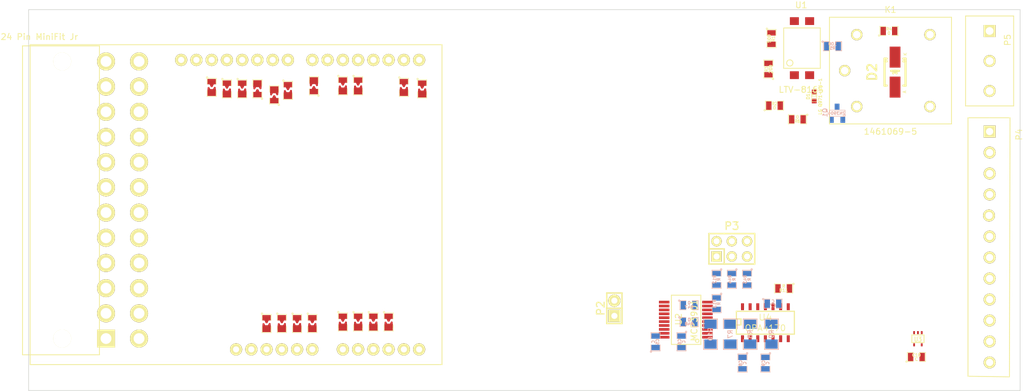
<source format=kicad_pcb>
(kicad_pcb (version 3) (host pcbnew "(2014-02-10 BZR 4684)-product")

  (general
    (links 158)
    (no_connects 101)
    (area 126.949999 114.249999 292.150001 177.850001)
    (thickness 1.6)
    (drawings 4)
    (tracks 0)
    (zones 0)
    (modules 56)
    (nets 114)
  )

  (page A3)
  (title_block
    (title BenchBudEE_JL)
  )

  (layers
    (15 F.Cu signal)
    (2 PWR signal)
    (1 GND signal)
    (0 B.Cu signal)
    (16 B.Adhes user)
    (17 F.Adhes user)
    (18 B.Paste user)
    (19 F.Paste user)
    (20 B.SilkS user)
    (21 F.SilkS user)
    (22 B.Mask user)
    (23 F.Mask user)
    (28 Edge.Cuts user)
  )

  (setup
    (last_trace_width 0.254)
    (user_trace_width 0.1524)
    (trace_clearance 0.254)
    (zone_clearance 0.508)
    (zone_45_only no)
    (trace_min 0.127)
    (segment_width 0.2)
    (edge_width 0.1)
    (via_size 0.889)
    (via_drill 0.635)
    (via_min_size 0.508)
    (via_min_drill 0.3302)
    (user_via 0.508 0.3302)
    (uvia_size 0.508)
    (uvia_drill 0.127)
    (uvias_allowed no)
    (uvia_min_size 0.381)
    (uvia_min_drill 0.127)
    (pcb_text_width 0.3)
    (pcb_text_size 1.5 1.5)
    (mod_edge_width 0.15)
    (mod_text_size 1 1)
    (mod_text_width 0.15)
    (pad_size 2.032 2.032)
    (pad_drill 1.016)
    (pad_to_mask_clearance 0)
    (aux_axis_origin 0 0)
    (visible_elements FFFFEFBF)
    (pcbplotparams
      (layerselection 3178497)
      (usegerberextensions true)
      (excludeedgelayer true)
      (linewidth 0.150000)
      (plotframeref false)
      (viasonmask false)
      (mode 1)
      (useauxorigin false)
      (hpglpennumber 1)
      (hpglpenspeed 20)
      (hpglpendiameter 15)
      (hpglpenoverlay 2)
      (psnegative false)
      (psa4output false)
      (plotreference true)
      (plotvalue true)
      (plotothertext true)
      (plotinvisibletext false)
      (padsonsilk false)
      (subtractmaskfromsilk false)
      (outputformat 1)
      (mirror false)
      (drillshape 1)
      (scaleselection 1)
      (outputdirectory ""))
  )

  (net 0 "")
  (net 1 +12C)
  (net 2 +12P)
  (net 3 +12V)
  (net 4 +3.3V)
  (net 5 +5V)
  (net 6 -12V)
  (net 7 /Arduino/ADC_CS_N)
  (net 8 /Arduino/CURR_MEAS)
  (net 9 /Arduino/FAN_MODE)
  (net 10 /Arduino/FAN_PWM)
  (net 11 /Arduino/LED_EN_PWM)
  (net 12 /Arduino/MISO)
  (net 13 /Arduino/MOSI)
  (net 14 /Arduino/RELAY+)
  (net 15 /Arduino/RELAY-)
  (net 16 /Arduino/SCLK)
  (net 17 /Arduino/V+_ADJ_MON)
  (net 18 /Arduino/V-_ADJ_MON)
  (net 19 /Arduino/~DR)
  (net 20 /Arduino/~RESET)
  (net 21 /Fan/CS_N)
  (net 22 /Fan/FAN_OUT+)
  (net 23 /Fan/FAN_OUT-)
  (net 24 /Fan/TACH_IN)
  (net 25 /LED_Driver/LED_STRING+)
  (net 26 /LED_Driver/LED_STRING-)
  (net 27 /PowerAdjustmentMonitor/V+_ADJ)
  (net 28 /PowerAdjustmentMonitor/V-_ADJ)
  (net 29 /Relay/RELAY_COM)
  (net 30 /Relay/RELAY_NC)
  (net 31 /Relay/RELAY_NO)
  (net 32 /ThermoCouple/CH0+)
  (net 33 /ThermoCouple/CH0-)
  (net 34 /ThermoCouple/CH1+)
  (net 35 /ThermoCouple/CH1-)
  (net 36 "/ThermoCouple/TC IN +")
  (net 37 "/ThermoCouple/TC IN -")
  (net 38 AGND)
  (net 39 GND)
  (net 40 "Net-(ARD1-Pad1)")
  (net 41 "Net-(ARD1-Pad10)")
  (net 42 "Net-(ARD1-Pad11)")
  (net 43 "Net-(ARD1-Pad12)")
  (net 44 "Net-(ARD1-Pad13)")
  (net 45 "Net-(ARD1-Pad14)")
  (net 46 "Net-(ARD1-Pad15)")
  (net 47 "Net-(ARD1-Pad16)")
  (net 48 "Net-(ARD1-Pad17)")
  (net 49 "Net-(ARD1-Pad18)")
  (net 50 "Net-(ARD1-Pad19)")
  (net 51 "Net-(ARD1-Pad2)")
  (net 52 "Net-(ARD1-Pad20)")
  (net 53 "Net-(ARD1-Pad21)")
  (net 54 "Net-(ARD1-Pad22)")
  (net 55 "Net-(ARD1-Pad23)")
  (net 56 "Net-(ARD1-Pad24)")
  (net 57 "Net-(ARD1-Pad25)")
  (net 58 "Net-(ARD1-Pad26)")
  (net 59 "Net-(ARD1-Pad27)")
  (net 60 "Net-(ARD1-Pad28)")
  (net 61 "Net-(ARD1-Pad3)")
  (net 62 "Net-(ARD1-Pad4)")
  (net 63 "Net-(ARD1-Pad5)")
  (net 64 "Net-(ARD1-Pad6)")
  (net 65 "Net-(ARD1-Pad7)")
  (net 66 "Net-(ARD1-Pad8)")
  (net 67 "Net-(ARD1-Pad9)")
  (net 68 "Net-(C5-Pad2)")
  (net 69 "Net-(D1-Pad1)")
  (net 70 "Net-(D1-Pad2)")
  (net 71 "Net-(D2-Pad1)")
  (net 72 "Net-(D2-Pad2)")
  (net 73 "Net-(P1-Pad1)")
  (net 74 "Net-(P1-Pad11)")
  (net 75 "Net-(P1-Pad12)")
  (net 76 "Net-(P1-Pad13)")
  (net 77 "Net-(P1-Pad14)")
  (net 78 "Net-(P1-Pad15)")
  (net 79 "Net-(P1-Pad16)")
  (net 80 "Net-(P1-Pad17)")
  (net 81 "Net-(P1-Pad18)")
  (net 82 "Net-(P1-Pad19)")
  (net 83 "Net-(P1-Pad2)")
  (net 84 "Net-(P1-Pad20)")
  (net 85 "Net-(P1-Pad21)")
  (net 86 "Net-(P1-Pad22)")
  (net 87 "Net-(P1-Pad23)")
  (net 88 "Net-(P1-Pad24)")
  (net 89 "Net-(P1-Pad4)")
  (net 90 "Net-(P1-Pad7)")
  (net 91 "Net-(P1-Pad8)")
  (net 92 "Net-(P1-Pad9)")
  (net 93 "Net-(P2-Pad1)")
  (net 94 "Net-(P2-Pad2)")
  (net 95 "Net-(P3-Pad1)")
  (net 96 "Net-(P3-Pad2)")
  (net 97 "Net-(P3-Pad3)")
  (net 98 "Net-(P3-Pad5)")
  (net 99 "Net-(Q1-Pad1)")
  (net 100 "Net-(Q1-Pad2)")
  (net 101 "Net-(Q2-PadD)")
  (net 102 "Net-(Q4-PadG)")
  (net 103 "Net-(R1-Pad2)")
  (net 104 "Net-(R10-Pad1)")
  (net 105 "Net-(R10-Pad2)")
  (net 106 "Net-(R11-Pad1)")
  (net 107 "Net-(R12-Pad2)")
  (net 108 "Net-(R2-Pad2)")
  (net 109 "Net-(R7-Pad2)")
  (net 110 "Net-(U2-Pad15)")
  (net 111 "Net-(U2-Pad16)")
  (net 112 REF+)
  (net 113 REF-)

  (net_class Default "This is the default net class."
    (clearance 0.254)
    (trace_width 0.254)
    (via_dia 0.889)
    (via_drill 0.635)
    (uvia_dia 0.508)
    (uvia_drill 0.127)
    (add_net "")
    (add_net +12C)
    (add_net +12P)
    (add_net +12V)
    (add_net +3.3V)
    (add_net +5V)
    (add_net -12V)
    (add_net /Arduino/ADC_CS_N)
    (add_net /Arduino/CURR_MEAS)
    (add_net /Arduino/FAN_MODE)
    (add_net /Arduino/FAN_PWM)
    (add_net /Arduino/LED_EN_PWM)
    (add_net /Arduino/MISO)
    (add_net /Arduino/MOSI)
    (add_net /Arduino/RELAY+)
    (add_net /Arduino/RELAY-)
    (add_net /Arduino/SCLK)
    (add_net /Arduino/V+_ADJ_MON)
    (add_net /Arduino/V-_ADJ_MON)
    (add_net /Arduino/~DR)
    (add_net /Arduino/~RESET)
    (add_net /Fan/CS_N)
    (add_net /Fan/FAN_OUT+)
    (add_net /Fan/FAN_OUT-)
    (add_net /Fan/TACH_IN)
    (add_net /LED_Driver/LED_STRING+)
    (add_net /LED_Driver/LED_STRING-)
    (add_net /PowerAdjustmentMonitor/V+_ADJ)
    (add_net /PowerAdjustmentMonitor/V-_ADJ)
    (add_net /Relay/RELAY_COM)
    (add_net /Relay/RELAY_NC)
    (add_net /Relay/RELAY_NO)
    (add_net /ThermoCouple/CH0+)
    (add_net /ThermoCouple/CH0-)
    (add_net /ThermoCouple/CH1+)
    (add_net /ThermoCouple/CH1-)
    (add_net "/ThermoCouple/TC IN +")
    (add_net "/ThermoCouple/TC IN -")
    (add_net AGND)
    (add_net GND)
    (add_net "Net-(ARD1-Pad1)")
    (add_net "Net-(ARD1-Pad10)")
    (add_net "Net-(ARD1-Pad11)")
    (add_net "Net-(ARD1-Pad12)")
    (add_net "Net-(ARD1-Pad13)")
    (add_net "Net-(ARD1-Pad14)")
    (add_net "Net-(ARD1-Pad15)")
    (add_net "Net-(ARD1-Pad16)")
    (add_net "Net-(ARD1-Pad17)")
    (add_net "Net-(ARD1-Pad18)")
    (add_net "Net-(ARD1-Pad19)")
    (add_net "Net-(ARD1-Pad2)")
    (add_net "Net-(ARD1-Pad20)")
    (add_net "Net-(ARD1-Pad21)")
    (add_net "Net-(ARD1-Pad22)")
    (add_net "Net-(ARD1-Pad23)")
    (add_net "Net-(ARD1-Pad24)")
    (add_net "Net-(ARD1-Pad25)")
    (add_net "Net-(ARD1-Pad26)")
    (add_net "Net-(ARD1-Pad27)")
    (add_net "Net-(ARD1-Pad28)")
    (add_net "Net-(ARD1-Pad3)")
    (add_net "Net-(ARD1-Pad4)")
    (add_net "Net-(ARD1-Pad5)")
    (add_net "Net-(ARD1-Pad6)")
    (add_net "Net-(ARD1-Pad7)")
    (add_net "Net-(ARD1-Pad8)")
    (add_net "Net-(ARD1-Pad9)")
    (add_net "Net-(C5-Pad2)")
    (add_net "Net-(D1-Pad1)")
    (add_net "Net-(D1-Pad2)")
    (add_net "Net-(D2-Pad1)")
    (add_net "Net-(D2-Pad2)")
    (add_net "Net-(P1-Pad1)")
    (add_net "Net-(P1-Pad11)")
    (add_net "Net-(P1-Pad12)")
    (add_net "Net-(P1-Pad13)")
    (add_net "Net-(P1-Pad14)")
    (add_net "Net-(P1-Pad15)")
    (add_net "Net-(P1-Pad16)")
    (add_net "Net-(P1-Pad17)")
    (add_net "Net-(P1-Pad18)")
    (add_net "Net-(P1-Pad19)")
    (add_net "Net-(P1-Pad2)")
    (add_net "Net-(P1-Pad20)")
    (add_net "Net-(P1-Pad21)")
    (add_net "Net-(P1-Pad22)")
    (add_net "Net-(P1-Pad23)")
    (add_net "Net-(P1-Pad24)")
    (add_net "Net-(P1-Pad4)")
    (add_net "Net-(P1-Pad7)")
    (add_net "Net-(P1-Pad8)")
    (add_net "Net-(P1-Pad9)")
    (add_net "Net-(P2-Pad1)")
    (add_net "Net-(P2-Pad2)")
    (add_net "Net-(P3-Pad1)")
    (add_net "Net-(P3-Pad2)")
    (add_net "Net-(P3-Pad3)")
    (add_net "Net-(P3-Pad5)")
    (add_net "Net-(Q1-Pad1)")
    (add_net "Net-(Q1-Pad2)")
    (add_net "Net-(Q2-PadD)")
    (add_net "Net-(Q4-PadG)")
    (add_net "Net-(R1-Pad2)")
    (add_net "Net-(R10-Pad1)")
    (add_net "Net-(R10-Pad2)")
    (add_net "Net-(R11-Pad1)")
    (add_net "Net-(R12-Pad2)")
    (add_net "Net-(R2-Pad2)")
    (add_net "Net-(R7-Pad2)")
    (add_net "Net-(U2-Pad15)")
    (add_net "Net-(U2-Pad16)")
    (add_net REF+)
    (add_net REF-)
  )

  (module LEDs:LED-0603 (layer F.Cu) (tedit 53033096) (tstamp 5303310E)
    (at 257.81 128.778 90)
    (descr "LED 0603 smd package")
    (tags "LED led 0603 SMD smd SMT smt smdled SMDLED smtled SMTLED")
    (path /52ED1B00/52EFBDF2)
    (attr smd)
    (fp_text reference D1 (at 0 -1.016 90) (layer F.SilkS)
      (effects (font (size 0.508 0.508) (thickness 0.127)))
    )
    (fp_text value "LG Q971-KN-1" (at 0 1.016 90) (layer F.SilkS)
      (effects (font (size 0.508 0.508) (thickness 0.127)))
    )
    (fp_line (start 0.44958 -0.44958) (end 0.44958 0.44958) (layer F.SilkS) (width 0.06604))
    (fp_line (start 0.44958 0.44958) (end 0.84836 0.44958) (layer F.SilkS) (width 0.06604))
    (fp_line (start 0.84836 -0.44958) (end 0.84836 0.44958) (layer F.SilkS) (width 0.06604))
    (fp_line (start 0.44958 -0.44958) (end 0.84836 -0.44958) (layer F.SilkS) (width 0.06604))
    (fp_line (start -0.84836 -0.44958) (end -0.84836 0.44958) (layer F.SilkS) (width 0.06604))
    (fp_line (start -0.84836 0.44958) (end -0.44958 0.44958) (layer F.SilkS) (width 0.06604))
    (fp_line (start -0.44958 -0.44958) (end -0.44958 0.44958) (layer F.SilkS) (width 0.06604))
    (fp_line (start -0.84836 -0.44958) (end -0.44958 -0.44958) (layer F.SilkS) (width 0.06604))
    (fp_line (start 0 -0.44958) (end 0 -0.29972) (layer F.SilkS) (width 0.06604))
    (fp_line (start 0 -0.29972) (end 0.29972 -0.29972) (layer F.SilkS) (width 0.06604))
    (fp_line (start 0.29972 -0.44958) (end 0.29972 -0.29972) (layer F.SilkS) (width 0.06604))
    (fp_line (start 0 -0.44958) (end 0.29972 -0.44958) (layer F.SilkS) (width 0.06604))
    (fp_line (start 0 0.29972) (end 0 0.44958) (layer F.SilkS) (width 0.06604))
    (fp_line (start 0 0.44958) (end 0.29972 0.44958) (layer F.SilkS) (width 0.06604))
    (fp_line (start 0.29972 0.29972) (end 0.29972 0.44958) (layer F.SilkS) (width 0.06604))
    (fp_line (start 0 0.29972) (end 0.29972 0.29972) (layer F.SilkS) (width 0.06604))
    (fp_line (start 0 -0.14986) (end 0 0.14986) (layer F.SilkS) (width 0.06604))
    (fp_line (start 0 0.14986) (end 0.29972 0.14986) (layer F.SilkS) (width 0.06604))
    (fp_line (start 0.29972 -0.14986) (end 0.29972 0.14986) (layer F.SilkS) (width 0.06604))
    (fp_line (start 0 -0.14986) (end 0.29972 -0.14986) (layer F.SilkS) (width 0.06604))
    (fp_line (start 0.44958 -0.39878) (end -0.44958 -0.39878) (layer F.SilkS) (width 0.1016))
    (fp_line (start 0.44958 0.39878) (end -0.44958 0.39878) (layer F.SilkS) (width 0.1016))
    (pad 1 smd rect (at -0.7493 0 90) (size 0.79756 0.79756) (layers F.Cu F.Paste F.Mask)
      (net 69 "Net-(D1-Pad1)"))
    (pad 2 smd rect (at 0.7493 0 90) (size 0.79756 0.79756) (layers F.Cu F.Paste F.Mask)
      (net 70 "Net-(D1-Pad2)"))
  )

  (module BenchBudEE:TE-SPDT (layer F.Cu) (tedit 53033028) (tstamp 53033126)
    (at 262.89 124.46)
    (path /52ED1B00/52EFC34C)
    (fp_text reference K1 (at 7.62 -10.16) (layer F.SilkS)
      (effects (font (size 1 1) (thickness 0.15)))
    )
    (fp_text value 1461069-5 (at 7.62 10.16) (layer F.SilkS)
      (effects (font (size 1 1) (thickness 0.15)))
    )
    (fp_line (start -2.54 -8.89) (end -2.54 8.89) (layer F.SilkS) (width 0.15))
    (fp_line (start -2.54 8.89) (end 17.78 8.89) (layer F.SilkS) (width 0.15))
    (fp_line (start 17.78 8.89) (end 17.78 -8.89) (layer F.SilkS) (width 0.15))
    (fp_line (start 17.78 -8.89) (end -2.54 -8.89) (layer F.SilkS) (width 0.15))
    (pad 1 thru_hole circle (at 0 0) (size 1.905 1.905) (drill 1.27) (layers *.Cu *.Mask F.SilkS)
      (net 29 /Relay/RELAY_COM))
    (pad 2 thru_hole circle (at 2.0066 -5.9944) (size 1.905 1.905) (drill 1.27) (layers *.Cu *.Mask F.SilkS)
      (net 72 "Net-(D2-Pad2)"))
    (pad 3 thru_hole circle (at 14.1986 -5.9944) (size 1.905 1.905) (drill 1.27) (layers *.Cu *.Mask F.SilkS)
      (net 31 /Relay/RELAY_NO))
    (pad 4 thru_hole circle (at 14.1986 5.9944) (size 1.905 1.905) (drill 1.27) (layers *.Cu *.Mask F.SilkS)
      (net 30 /Relay/RELAY_NC))
    (pad 5 thru_hole circle (at 2.0066 5.9944) (size 1.905 1.905) (drill 1.27) (layers *.Cu *.Mask F.SilkS)
      (net 71 "Net-(D2-Pad1)"))
  )

  (module SMD_Packages:SOT23 (layer B.Cu) (tedit 53033095) (tstamp 53033132)
    (at 261.62 131.572 180)
    (tags SOT23)
    (path /52ED1B00/52EFBDE3)
    (fp_text reference Q1 (at 1.99898 0.09906 450) (layer B.SilkS)
      (effects (font (size 0.762 0.762) (thickness 0.11938)) (justify mirror))
    )
    (fp_text value 2N3904 (at 0.0635 0 180) (layer B.SilkS)
      (effects (font (size 0.50038 0.50038) (thickness 0.09906)) (justify mirror))
    )
    (fp_circle (center -1.17602 -0.35052) (end -1.30048 -0.44958) (layer B.SilkS) (width 0.07874))
    (fp_line (start 1.27 0.508) (end 1.27 -0.508) (layer B.SilkS) (width 0.07874))
    (fp_line (start -1.3335 0.508) (end -1.3335 -0.508) (layer B.SilkS) (width 0.07874))
    (fp_line (start 1.27 -0.508) (end -1.3335 -0.508) (layer B.SilkS) (width 0.07874))
    (fp_line (start -1.3335 0.508) (end 1.27 0.508) (layer B.SilkS) (width 0.07874))
    (pad 3 smd rect (at 0 1.09982 180) (size 0.8001 1.00076) (layers B.Cu B.Paste B.Mask)
      (net 71 "Net-(D2-Pad1)"))
    (pad 2 smd rect (at 0.9525 -1.09982 180) (size 0.8001 1.00076) (layers B.Cu B.Paste B.Mask)
      (net 100 "Net-(Q1-Pad2)"))
    (pad 1 smd rect (at -0.9525 -1.09982 180) (size 0.8001 1.00076) (layers B.Cu B.Paste B.Mask)
      (net 99 "Net-(Q1-Pad1)"))
    (model smd\SOT23_3.wrl
      (at (xyz 0 0 0))
      (scale (xyz 0.4 0.4 0.4))
      (rotate (xyz 0 0 180))
    )
  )

  (module SMD_Packages:SM0805 (layer F.Cu) (tedit 53033095) (tstamp 5303313F)
    (at 250.698 119.126 270)
    (path /52ED1B00/52EFC4A9)
    (attr smd)
    (fp_text reference R1 (at 0 -0.3175 270) (layer F.SilkS)
      (effects (font (size 0.50038 0.50038) (thickness 0.10922)))
    )
    (fp_text value 500 (at 0 0.381 270) (layer F.SilkS)
      (effects (font (size 0.50038 0.50038) (thickness 0.10922)))
    )
    (fp_circle (center -1.651 0.762) (end -1.651 0.635) (layer F.SilkS) (width 0.09906))
    (fp_line (start -0.508 0.762) (end -1.524 0.762) (layer F.SilkS) (width 0.09906))
    (fp_line (start -1.524 0.762) (end -1.524 -0.762) (layer F.SilkS) (width 0.09906))
    (fp_line (start -1.524 -0.762) (end -0.508 -0.762) (layer F.SilkS) (width 0.09906))
    (fp_line (start 0.508 -0.762) (end 1.524 -0.762) (layer F.SilkS) (width 0.09906))
    (fp_line (start 1.524 -0.762) (end 1.524 0.762) (layer F.SilkS) (width 0.09906))
    (fp_line (start 1.524 0.762) (end 0.508 0.762) (layer F.SilkS) (width 0.09906))
    (pad 1 smd rect (at -0.9525 0 270) (size 0.889 1.397) (layers F.Cu F.Paste F.Mask)
      (net 15 /Arduino/RELAY-))
    (pad 2 smd rect (at 0.9525 0 270) (size 0.889 1.397) (layers F.Cu F.Paste F.Mask)
      (net 103 "Net-(R1-Pad2)"))
    (model smd/chip_cms.wrl
      (at (xyz 0 0 0))
      (scale (xyz 0.1 0.1 0.1))
      (rotate (xyz 0 0 0))
    )
  )

  (module SMD_Packages:SM0805 (layer F.Cu) (tedit 53033095) (tstamp 5303314C)
    (at 251.206 130.302)
    (path /52ED1B00/52EFC424)
    (attr smd)
    (fp_text reference R2 (at 0 -0.3175) (layer F.SilkS)
      (effects (font (size 0.50038 0.50038) (thickness 0.10922)))
    )
    (fp_text value 0 (at 0 0.381) (layer F.SilkS)
      (effects (font (size 0.50038 0.50038) (thickness 0.10922)))
    )
    (fp_circle (center -1.651 0.762) (end -1.651 0.635) (layer F.SilkS) (width 0.09906))
    (fp_line (start -0.508 0.762) (end -1.524 0.762) (layer F.SilkS) (width 0.09906))
    (fp_line (start -1.524 0.762) (end -1.524 -0.762) (layer F.SilkS) (width 0.09906))
    (fp_line (start -1.524 -0.762) (end -0.508 -0.762) (layer F.SilkS) (width 0.09906))
    (fp_line (start 0.508 -0.762) (end 1.524 -0.762) (layer F.SilkS) (width 0.09906))
    (fp_line (start 1.524 -0.762) (end 1.524 0.762) (layer F.SilkS) (width 0.09906))
    (fp_line (start 1.524 0.762) (end 0.508 0.762) (layer F.SilkS) (width 0.09906))
    (pad 1 smd rect (at -0.9525 0) (size 0.889 1.397) (layers F.Cu F.Paste F.Mask)
      (net 3 +12V))
    (pad 2 smd rect (at 0.9525 0) (size 0.889 1.397) (layers F.Cu F.Paste F.Mask)
      (net 108 "Net-(R2-Pad2)"))
    (model smd/chip_cms.wrl
      (at (xyz 0 0 0))
      (scale (xyz 0.1 0.1 0.1))
      (rotate (xyz 0 0 0))
    )
  )

  (module SMD_Packages:SM0805 (layer F.Cu) (tedit 53033095) (tstamp 53033159)
    (at 250.19 124.206 90)
    (path /52ED1B00/52EFC3F3)
    (attr smd)
    (fp_text reference R3 (at 0 -0.3175 90) (layer F.SilkS)
      (effects (font (size 0.50038 0.50038) (thickness 0.10922)))
    )
    (fp_text value 200 (at 0 0.381 90) (layer F.SilkS)
      (effects (font (size 0.50038 0.50038) (thickness 0.10922)))
    )
    (fp_circle (center -1.651 0.762) (end -1.651 0.635) (layer F.SilkS) (width 0.09906))
    (fp_line (start -0.508 0.762) (end -1.524 0.762) (layer F.SilkS) (width 0.09906))
    (fp_line (start -1.524 0.762) (end -1.524 -0.762) (layer F.SilkS) (width 0.09906))
    (fp_line (start -1.524 -0.762) (end -0.508 -0.762) (layer F.SilkS) (width 0.09906))
    (fp_line (start 0.508 -0.762) (end 1.524 -0.762) (layer F.SilkS) (width 0.09906))
    (fp_line (start 1.524 -0.762) (end 1.524 0.762) (layer F.SilkS) (width 0.09906))
    (fp_line (start 1.524 0.762) (end 0.508 0.762) (layer F.SilkS) (width 0.09906))
    (pad 1 smd rect (at -0.9525 0 90) (size 0.889 1.397) (layers F.Cu F.Paste F.Mask)
      (net 69 "Net-(D1-Pad1)"))
    (pad 2 smd rect (at 0.9525 0 90) (size 0.889 1.397) (layers F.Cu F.Paste F.Mask)
      (net 39 GND))
    (model smd/chip_cms.wrl
      (at (xyz 0 0 0))
      (scale (xyz 0.1 0.1 0.1))
      (rotate (xyz 0 0 0))
    )
  )

  (module SMD_Packages:SM0805 (layer F.Cu) (tedit 53033095) (tstamp 53033166)
    (at 270.256 117.856)
    (path /52ED1B00/530291BA)
    (attr smd)
    (fp_text reference R4 (at 0 -0.3175) (layer F.SilkS)
      (effects (font (size 0.50038 0.50038) (thickness 0.10922)))
    )
    (fp_text value 0 (at 0 0.381) (layer F.SilkS)
      (effects (font (size 0.50038 0.50038) (thickness 0.10922)))
    )
    (fp_circle (center -1.651 0.762) (end -1.651 0.635) (layer F.SilkS) (width 0.09906))
    (fp_line (start -0.508 0.762) (end -1.524 0.762) (layer F.SilkS) (width 0.09906))
    (fp_line (start -1.524 0.762) (end -1.524 -0.762) (layer F.SilkS) (width 0.09906))
    (fp_line (start -1.524 -0.762) (end -0.508 -0.762) (layer F.SilkS) (width 0.09906))
    (fp_line (start 0.508 -0.762) (end 1.524 -0.762) (layer F.SilkS) (width 0.09906))
    (fp_line (start 1.524 -0.762) (end 1.524 0.762) (layer F.SilkS) (width 0.09906))
    (fp_line (start 1.524 0.762) (end 0.508 0.762) (layer F.SilkS) (width 0.09906))
    (pad 1 smd rect (at -0.9525 0) (size 0.889 1.397) (layers F.Cu F.Paste F.Mask)
      (net 3 +12V))
    (pad 2 smd rect (at 0.9525 0) (size 0.889 1.397) (layers F.Cu F.Paste F.Mask)
      (net 72 "Net-(D2-Pad2)"))
    (model smd/chip_cms.wrl
      (at (xyz 0 0 0))
      (scale (xyz 0.1 0.1 0.1))
      (rotate (xyz 0 0 0))
    )
  )

  (module SMD_Packages:SM0805 (layer B.Cu) (tedit 53033095) (tstamp 53033173)
    (at 260.858 120.396)
    (path /52ED1B00/52EFBD7D)
    (attr smd)
    (fp_text reference R5 (at 0 0.3175) (layer B.SilkS)
      (effects (font (size 0.50038 0.50038) (thickness 0.10922)) (justify mirror))
    )
    (fp_text value 100 (at 0 -0.381) (layer B.SilkS)
      (effects (font (size 0.50038 0.50038) (thickness 0.10922)) (justify mirror))
    )
    (fp_circle (center -1.651 -0.762) (end -1.651 -0.635) (layer B.SilkS) (width 0.09906))
    (fp_line (start -0.508 -0.762) (end -1.524 -0.762) (layer B.SilkS) (width 0.09906))
    (fp_line (start -1.524 -0.762) (end -1.524 0.762) (layer B.SilkS) (width 0.09906))
    (fp_line (start -1.524 0.762) (end -0.508 0.762) (layer B.SilkS) (width 0.09906))
    (fp_line (start 0.508 0.762) (end 1.524 0.762) (layer B.SilkS) (width 0.09906))
    (fp_line (start 1.524 0.762) (end 1.524 -0.762) (layer B.SilkS) (width 0.09906))
    (fp_line (start 1.524 -0.762) (end 0.508 -0.762) (layer B.SilkS) (width 0.09906))
    (pad 1 smd rect (at -0.9525 0) (size 0.889 1.397) (layers B.Cu B.Paste B.Mask)
      (net 70 "Net-(D1-Pad2)"))
    (pad 2 smd rect (at 0.9525 0) (size 0.889 1.397) (layers B.Cu B.Paste B.Mask)
      (net 100 "Net-(Q1-Pad2)"))
    (model smd/chip_cms.wrl
      (at (xyz 0 0 0))
      (scale (xyz 0.1 0.1 0.1))
      (rotate (xyz 0 0 0))
    )
  )

  (module SMD_Packages:SM0805 (layer F.Cu) (tedit 53033095) (tstamp 53033180)
    (at 255.016 132.588 180)
    (path /52ED1B00/52EFC3AD)
    (attr smd)
    (fp_text reference R6 (at 0 -0.3175 180) (layer F.SilkS)
      (effects (font (size 0.50038 0.50038) (thickness 0.10922)))
    )
    (fp_text value 0 (at 0 0.381 180) (layer F.SilkS)
      (effects (font (size 0.50038 0.50038) (thickness 0.10922)))
    )
    (fp_circle (center -1.651 0.762) (end -1.651 0.635) (layer F.SilkS) (width 0.09906))
    (fp_line (start -0.508 0.762) (end -1.524 0.762) (layer F.SilkS) (width 0.09906))
    (fp_line (start -1.524 0.762) (end -1.524 -0.762) (layer F.SilkS) (width 0.09906))
    (fp_line (start -1.524 -0.762) (end -0.508 -0.762) (layer F.SilkS) (width 0.09906))
    (fp_line (start 0.508 -0.762) (end 1.524 -0.762) (layer F.SilkS) (width 0.09906))
    (fp_line (start 1.524 -0.762) (end 1.524 0.762) (layer F.SilkS) (width 0.09906))
    (fp_line (start 1.524 0.762) (end 0.508 0.762) (layer F.SilkS) (width 0.09906))
    (pad 1 smd rect (at -0.9525 0 180) (size 0.889 1.397) (layers F.Cu F.Paste F.Mask)
      (net 99 "Net-(Q1-Pad1)"))
    (pad 2 smd rect (at 0.9525 0 180) (size 0.889 1.397) (layers F.Cu F.Paste F.Mask)
      (net 39 GND))
    (model smd/chip_cms.wrl
      (at (xyz 0 0 0))
      (scale (xyz 0.1 0.1 0.1))
      (rotate (xyz 0 0 0))
    )
  )

  (module BenchBudEE:4-SMD (layer F.Cu) (tedit 53032F4A) (tstamp 5303318D)
    (at 254.508 125.222)
    (path /52ED1B00/5302908A)
    (fp_text reference U1 (at 1.143 -11.684) (layer F.SilkS)
      (effects (font (size 1 1) (thickness 0.15)))
    )
    (fp_text value LTV-816S (at 1.143 2.413) (layer F.SilkS)
      (effects (font (size 1 1) (thickness 0.15)))
    )
    (fp_circle (center -0.762 -2.032) (end -0.254 -2.159) (layer F.SilkS) (width 0.15))
    (fp_line (start 4.318 -1.143) (end 4.318 -7.874) (layer F.SilkS) (width 0.15))
    (fp_line (start -1.778 -1.143) (end 4.318 -1.143) (layer F.SilkS) (width 0.15))
    (fp_line (start 4.318 -7.874) (end -1.651 -7.874) (layer F.SilkS) (width 0.15))
    (fp_line (start -1.778 -7.874) (end -1.778 -1.143) (layer F.SilkS) (width 0.15))
    (pad 1 smd rect (at 0 0) (size 1.5 1.3) (layers F.Cu F.Paste F.Mask)
      (net 14 /Arduino/RELAY+))
    (pad 2 smd rect (at 2.54 0) (size 1.5 1.3) (layers F.Cu F.Paste F.Mask)
      (net 103 "Net-(R1-Pad2)"))
    (pad 3 smd rect (at 2.54 -9.017) (size 1.5 1.3) (layers F.Cu F.Paste F.Mask)
      (net 70 "Net-(D1-Pad2)"))
    (pad 4 smd rect (at 0 -9.017) (size 1.5 1.3) (layers F.Cu F.Paste F.Mask)
      (net 108 "Net-(R2-Pad2)"))
  )

  (module SMD_Packages:SM0805 (layer B.Cu) (tedit 530377A2) (tstamp 530378B5)
    (at 231.394 169.672 90)
    (path /52ED1AE1/53036C62)
    (attr smd)
    (fp_text reference C5 (at 0 0.3175 90) (layer B.SilkS)
      (effects (font (size 0.50038 0.50038) (thickness 0.10922)) (justify mirror))
    )
    (fp_text value C (at 0 -0.381 90) (layer B.SilkS)
      (effects (font (size 0.50038 0.50038) (thickness 0.10922)) (justify mirror))
    )
    (fp_circle (center -1.651 -0.762) (end -1.651 -0.635) (layer B.SilkS) (width 0.09906))
    (fp_line (start -0.508 -0.762) (end -1.524 -0.762) (layer B.SilkS) (width 0.09906))
    (fp_line (start -1.524 -0.762) (end -1.524 0.762) (layer B.SilkS) (width 0.09906))
    (fp_line (start -1.524 0.762) (end -0.508 0.762) (layer B.SilkS) (width 0.09906))
    (fp_line (start 0.508 0.762) (end 1.524 0.762) (layer B.SilkS) (width 0.09906))
    (fp_line (start 1.524 0.762) (end 1.524 -0.762) (layer B.SilkS) (width 0.09906))
    (fp_line (start 1.524 -0.762) (end 0.508 -0.762) (layer B.SilkS) (width 0.09906))
    (pad 1 smd rect (at -0.9525 0 90) (size 0.889 1.397) (layers B.Cu B.Paste B.Mask)
      (net 38 AGND))
    (pad 2 smd rect (at 0.9525 0 90) (size 0.889 1.397) (layers B.Cu B.Paste B.Mask)
      (net 68 "Net-(C5-Pad2)"))
    (model smd/chip_cms.wrl
      (at (xyz 0 0 0))
      (scale (xyz 0.1 0.1 0.1))
      (rotate (xyz 0 0 0))
    )
  )

  (module SMD_Packages:SM0805 (layer B.Cu) (tedit 530377A2) (tstamp 530378C2)
    (at 235.712 169.672 270)
    (path /52ED1AE1/530369DC)
    (attr smd)
    (fp_text reference C6 (at 0 0.3175 270) (layer B.SilkS)
      (effects (font (size 0.50038 0.50038) (thickness 0.10922)) (justify mirror))
    )
    (fp_text value C (at 0 -0.381 270) (layer B.SilkS)
      (effects (font (size 0.50038 0.50038) (thickness 0.10922)) (justify mirror))
    )
    (fp_circle (center -1.651 -0.762) (end -1.651 -0.635) (layer B.SilkS) (width 0.09906))
    (fp_line (start -0.508 -0.762) (end -1.524 -0.762) (layer B.SilkS) (width 0.09906))
    (fp_line (start -1.524 -0.762) (end -1.524 0.762) (layer B.SilkS) (width 0.09906))
    (fp_line (start -1.524 0.762) (end -0.508 0.762) (layer B.SilkS) (width 0.09906))
    (fp_line (start 0.508 0.762) (end 1.524 0.762) (layer B.SilkS) (width 0.09906))
    (fp_line (start 1.524 0.762) (end 1.524 -0.762) (layer B.SilkS) (width 0.09906))
    (fp_line (start 1.524 -0.762) (end 0.508 -0.762) (layer B.SilkS) (width 0.09906))
    (pad 1 smd rect (at -0.9525 0 270) (size 0.889 1.397) (layers B.Cu B.Paste B.Mask)
      (net 5 +5V))
    (pad 2 smd rect (at 0.9525 0 270) (size 0.889 1.397) (layers B.Cu B.Paste B.Mask)
      (net 38 AGND))
    (model smd/chip_cms.wrl
      (at (xyz 0 0 0))
      (scale (xyz 0.1 0.1 0.1))
      (rotate (xyz 0 0 0))
    )
  )

  (module SMD_Packages:SM0805 (layer B.Cu) (tedit 530377A2) (tstamp 530378CF)
    (at 250.952 163.322)
    (path /52ED1AE1/53036883)
    (attr smd)
    (fp_text reference C7 (at 0 0.3175) (layer B.SilkS)
      (effects (font (size 0.50038 0.50038) (thickness 0.10922)) (justify mirror))
    )
    (fp_text value C (at 0 -0.381) (layer B.SilkS)
      (effects (font (size 0.50038 0.50038) (thickness 0.10922)) (justify mirror))
    )
    (fp_circle (center -1.651 -0.762) (end -1.651 -0.635) (layer B.SilkS) (width 0.09906))
    (fp_line (start -0.508 -0.762) (end -1.524 -0.762) (layer B.SilkS) (width 0.09906))
    (fp_line (start -1.524 -0.762) (end -1.524 0.762) (layer B.SilkS) (width 0.09906))
    (fp_line (start -1.524 0.762) (end -0.508 0.762) (layer B.SilkS) (width 0.09906))
    (fp_line (start 0.508 0.762) (end 1.524 0.762) (layer B.SilkS) (width 0.09906))
    (fp_line (start 1.524 0.762) (end 1.524 -0.762) (layer B.SilkS) (width 0.09906))
    (fp_line (start 1.524 -0.762) (end 0.508 -0.762) (layer B.SilkS) (width 0.09906))
    (pad 1 smd rect (at -0.9525 0) (size 0.889 1.397) (layers B.Cu B.Paste B.Mask)
      (net 6 -12V))
    (pad 2 smd rect (at 0.9525 0) (size 0.889 1.397) (layers B.Cu B.Paste B.Mask)
      (net 38 AGND))
    (model smd/chip_cms.wrl
      (at (xyz 0 0 0))
      (scale (xyz 0.1 0.1 0.1))
      (rotate (xyz 0 0 0))
    )
  )

  (module SMD_Packages:SM0805 (layer B.Cu) (tedit 530377A2) (tstamp 530378DC)
    (at 245.872 173.228 270)
    (path /52ED1AE1/53034783)
    (attr smd)
    (fp_text reference C8 (at 0 0.3175 270) (layer B.SilkS)
      (effects (font (size 0.50038 0.50038) (thickness 0.10922)) (justify mirror))
    )
    (fp_text value C (at 0 -0.381 270) (layer B.SilkS)
      (effects (font (size 0.50038 0.50038) (thickness 0.10922)) (justify mirror))
    )
    (fp_circle (center -1.651 -0.762) (end -1.651 -0.635) (layer B.SilkS) (width 0.09906))
    (fp_line (start -0.508 -0.762) (end -1.524 -0.762) (layer B.SilkS) (width 0.09906))
    (fp_line (start -1.524 -0.762) (end -1.524 0.762) (layer B.SilkS) (width 0.09906))
    (fp_line (start -1.524 0.762) (end -0.508 0.762) (layer B.SilkS) (width 0.09906))
    (fp_line (start 0.508 0.762) (end 1.524 0.762) (layer B.SilkS) (width 0.09906))
    (fp_line (start 1.524 0.762) (end 1.524 -0.762) (layer B.SilkS) (width 0.09906))
    (fp_line (start 1.524 -0.762) (end 0.508 -0.762) (layer B.SilkS) (width 0.09906))
    (pad 1 smd rect (at -0.9525 0 270) (size 0.889 1.397) (layers B.Cu B.Paste B.Mask)
      (net 32 /ThermoCouple/CH0+))
    (pad 2 smd rect (at 0.9525 0 270) (size 0.889 1.397) (layers B.Cu B.Paste B.Mask)
      (net 38 AGND))
    (model smd/chip_cms.wrl
      (at (xyz 0 0 0))
      (scale (xyz 0.1 0.1 0.1))
      (rotate (xyz 0 0 0))
    )
  )

  (module SMD_Packages:SM0805 (layer B.Cu) (tedit 530377A2) (tstamp 530378E9)
    (at 249.682 173.228 270)
    (path /52ED1AE1/530367AA)
    (attr smd)
    (fp_text reference C9 (at 0 0.3175 270) (layer B.SilkS)
      (effects (font (size 0.50038 0.50038) (thickness 0.10922)) (justify mirror))
    )
    (fp_text value C (at 0 -0.381 270) (layer B.SilkS)
      (effects (font (size 0.50038 0.50038) (thickness 0.10922)) (justify mirror))
    )
    (fp_circle (center -1.651 -0.762) (end -1.651 -0.635) (layer B.SilkS) (width 0.09906))
    (fp_line (start -0.508 -0.762) (end -1.524 -0.762) (layer B.SilkS) (width 0.09906))
    (fp_line (start -1.524 -0.762) (end -1.524 0.762) (layer B.SilkS) (width 0.09906))
    (fp_line (start -1.524 0.762) (end -0.508 0.762) (layer B.SilkS) (width 0.09906))
    (fp_line (start 0.508 0.762) (end 1.524 0.762) (layer B.SilkS) (width 0.09906))
    (fp_line (start 1.524 0.762) (end 1.524 -0.762) (layer B.SilkS) (width 0.09906))
    (fp_line (start 1.524 -0.762) (end 0.508 -0.762) (layer B.SilkS) (width 0.09906))
    (pad 1 smd rect (at -0.9525 0 270) (size 0.889 1.397) (layers B.Cu B.Paste B.Mask)
      (net 3 +12V))
    (pad 2 smd rect (at 0.9525 0 270) (size 0.889 1.397) (layers B.Cu B.Paste B.Mask)
      (net 38 AGND))
    (model smd/chip_cms.wrl
      (at (xyz 0 0 0))
      (scale (xyz 0.1 0.1 0.1))
      (rotate (xyz 0 0 0))
    )
  )

  (module SMD_Packages:SM0805 (layer F.Cu) (tedit 530377A2) (tstamp 530378F6)
    (at 274.828 172.212)
    (path /52ED1AE1/530366EF)
    (attr smd)
    (fp_text reference C10 (at 0 -0.3175) (layer F.SilkS)
      (effects (font (size 0.50038 0.50038) (thickness 0.10922)))
    )
    (fp_text value C (at 0 0.381) (layer F.SilkS)
      (effects (font (size 0.50038 0.50038) (thickness 0.10922)))
    )
    (fp_circle (center -1.651 0.762) (end -1.651 0.635) (layer F.SilkS) (width 0.09906))
    (fp_line (start -0.508 0.762) (end -1.524 0.762) (layer F.SilkS) (width 0.09906))
    (fp_line (start -1.524 0.762) (end -1.524 -0.762) (layer F.SilkS) (width 0.09906))
    (fp_line (start -1.524 -0.762) (end -0.508 -0.762) (layer F.SilkS) (width 0.09906))
    (fp_line (start 0.508 -0.762) (end 1.524 -0.762) (layer F.SilkS) (width 0.09906))
    (fp_line (start 1.524 -0.762) (end 1.524 0.762) (layer F.SilkS) (width 0.09906))
    (fp_line (start 1.524 0.762) (end 0.508 0.762) (layer F.SilkS) (width 0.09906))
    (pad 1 smd rect (at -0.9525 0) (size 0.889 1.397) (layers F.Cu F.Paste F.Mask)
      (net 5 +5V))
    (pad 2 smd rect (at 0.9525 0) (size 0.889 1.397) (layers F.Cu F.Paste F.Mask)
      (net 38 AGND))
    (model smd/chip_cms.wrl
      (at (xyz 0 0 0))
      (scale (xyz 0.1 0.1 0.1))
      (rotate (xyz 0 0 0))
    )
  )

  (module Pin_Headers:Pin_Header_Straight_1x02 (layer F.Cu) (tedit 530377A4) (tstamp 53037902)
    (at 224.536 164.084 90)
    (descr "1 pin")
    (tags "CONN DEV")
    (path /52ED1AE1/53038DCA)
    (fp_text reference P2 (at 0 -2.286 90) (layer F.SilkS)
      (effects (font (size 1.27 1.27) (thickness 0.2032)))
    )
    (fp_text value CONN_2 (at 0 0 90) (layer F.SilkS) hide
      (effects (font (size 1.27 1.27) (thickness 0.2032)))
    )
    (fp_line (start 0 -1.27) (end 0 1.27) (layer F.SilkS) (width 0.254))
    (fp_line (start -2.54 -1.27) (end -2.54 1.27) (layer F.SilkS) (width 0.254))
    (fp_line (start -2.54 1.27) (end 0 1.27) (layer F.SilkS) (width 0.254))
    (fp_line (start 0 1.27) (end 2.54 1.27) (layer F.SilkS) (width 0.254))
    (fp_line (start 2.54 1.27) (end 2.54 -1.27) (layer F.SilkS) (width 0.254))
    (fp_line (start 2.54 -1.27) (end -2.54 -1.27) (layer F.SilkS) (width 0.254))
    (pad 1 thru_hole rect (at -1.27 0 90) (size 2.032 2.032) (drill 1.016) (layers *.Cu *.Mask F.SilkS)
      (net 93 "Net-(P2-Pad1)"))
    (pad 2 thru_hole oval (at 1.27 0 90) (size 2.032 2.032) (drill 1.016) (layers *.Cu *.Mask F.SilkS)
      (net 94 "Net-(P2-Pad2)"))
    (model Pin_Headers/Pin_Header_Straight_1x02.wrl
      (at (xyz 0 0 0))
      (scale (xyz 1 1 1))
      (rotate (xyz 0 0 0))
    )
  )

  (module Pin_Headers:Pin_Header_Straight_2x03 (layer F.Cu) (tedit 530377A4) (tstamp 53037914)
    (at 244.094 154.178)
    (descr "1 pin")
    (tags "CONN DEV")
    (path /52ED1AE1/53034823)
    (fp_text reference P3 (at 0 -3.81) (layer F.SilkS)
      (effects (font (size 1.27 1.27) (thickness 0.2032)))
    )
    (fp_text value CONN_3X2 (at 0 0) (layer F.SilkS) hide
      (effects (font (size 1.27 1.27) (thickness 0.2032)))
    )
    (fp_line (start -3.81 0) (end -1.27 0) (layer F.SilkS) (width 0.254))
    (fp_line (start -1.27 0) (end -1.27 2.54) (layer F.SilkS) (width 0.254))
    (fp_line (start -3.81 2.54) (end 3.81 2.54) (layer F.SilkS) (width 0.254))
    (fp_line (start 3.81 2.54) (end 3.81 -2.54) (layer F.SilkS) (width 0.254))
    (fp_line (start 3.81 -2.54) (end -1.27 -2.54) (layer F.SilkS) (width 0.254))
    (fp_line (start -3.81 2.54) (end -3.81 0) (layer F.SilkS) (width 0.254))
    (fp_line (start -3.81 -2.54) (end -3.81 0) (layer F.SilkS) (width 0.254))
    (fp_line (start -1.27 -2.54) (end -3.81 -2.54) (layer F.SilkS) (width 0.254))
    (pad 1 thru_hole rect (at -2.54 1.27) (size 1.7272 1.7272) (drill 1.016) (layers *.Cu *.Mask F.SilkS)
      (net 95 "Net-(P3-Pad1)"))
    (pad 2 thru_hole oval (at 0 1.27) (size 1.7272 1.7272) (drill 1.016) (layers *.Cu *.Mask F.SilkS)
      (net 96 "Net-(P3-Pad2)"))
    (pad 3 thru_hole oval (at 2.54 1.27) (size 1.7272 1.7272) (drill 1.016) (layers *.Cu *.Mask F.SilkS)
      (net 97 "Net-(P3-Pad3)"))
    (pad 4 thru_hole oval (at 2.54 -1.27) (size 1.7272 1.7272) (drill 1.016) (layers *.Cu *.Mask F.SilkS)
      (net 96 "Net-(P3-Pad2)"))
    (pad 5 thru_hole oval (at 0 -1.27) (size 1.7272 1.7272) (drill 1.016) (layers *.Cu *.Mask F.SilkS)
      (net 98 "Net-(P3-Pad5)"))
    (pad 6 thru_hole oval (at -2.54 -1.27) (size 1.7272 1.7272) (drill 1.016) (layers *.Cu *.Mask F.SilkS)
      (net 96 "Net-(P3-Pad2)"))
    (model Pin_Headers/Pin_Header_Straight_2x03.wrl
      (at (xyz 0 0 0))
      (scale (xyz 1 1 1))
      (rotate (xyz 0 0 0))
    )
  )

  (module SMD_Packages:SM1206 (layer B.Cu) (tedit 530377A2) (tstamp 53037920)
    (at 243.84 168.402 90)
    (path /52ED1AE1/52EF7B60)
    (attr smd)
    (fp_text reference R7 (at 0 0 90) (layer B.SilkS)
      (effects (font (size 0.762 0.762) (thickness 0.127)) (justify mirror))
    )
    (fp_text value R (at 0 0 90) (layer B.SilkS) hide
      (effects (font (size 0.762 0.762) (thickness 0.127)) (justify mirror))
    )
    (fp_line (start -2.54 1.143) (end -2.54 -1.143) (layer B.SilkS) (width 0.127))
    (fp_line (start -2.54 -1.143) (end -0.889 -1.143) (layer B.SilkS) (width 0.127))
    (fp_line (start 0.889 1.143) (end 2.54 1.143) (layer B.SilkS) (width 0.127))
    (fp_line (start 2.54 1.143) (end 2.54 -1.143) (layer B.SilkS) (width 0.127))
    (fp_line (start 2.54 -1.143) (end 0.889 -1.143) (layer B.SilkS) (width 0.127))
    (fp_line (start -0.889 1.143) (end -2.54 1.143) (layer B.SilkS) (width 0.127))
    (pad 1 smd rect (at -1.651 0 90) (size 1.524 2.032) (layers B.Cu B.Paste B.Mask)
      (net 32 /ThermoCouple/CH0+))
    (pad 2 smd rect (at 1.651 0 90) (size 1.524 2.032) (layers B.Cu B.Paste B.Mask)
      (net 109 "Net-(R7-Pad2)"))
    (model smd/chip_cms.wrl
      (at (xyz 0 0 0))
      (scale (xyz 0.17 0.16 0.16))
      (rotate (xyz 0 0 0))
    )
  )

  (module SMD_Packages:SM1206 (layer B.Cu) (tedit 530377A2) (tstamp 5303792C)
    (at 247.142 168.402 270)
    (path /52ED1AE1/52EF7B66)
    (attr smd)
    (fp_text reference R8 (at 0 0 270) (layer B.SilkS)
      (effects (font (size 0.762 0.762) (thickness 0.127)) (justify mirror))
    )
    (fp_text value R (at 0 0 270) (layer B.SilkS) hide
      (effects (font (size 0.762 0.762) (thickness 0.127)) (justify mirror))
    )
    (fp_line (start -2.54 1.143) (end -2.54 -1.143) (layer B.SilkS) (width 0.127))
    (fp_line (start -2.54 -1.143) (end -0.889 -1.143) (layer B.SilkS) (width 0.127))
    (fp_line (start 0.889 1.143) (end 2.54 1.143) (layer B.SilkS) (width 0.127))
    (fp_line (start 2.54 1.143) (end 2.54 -1.143) (layer B.SilkS) (width 0.127))
    (fp_line (start 2.54 -1.143) (end 0.889 -1.143) (layer B.SilkS) (width 0.127))
    (fp_line (start -0.889 1.143) (end -2.54 1.143) (layer B.SilkS) (width 0.127))
    (pad 1 smd rect (at -1.651 0 270) (size 1.524 2.032) (layers B.Cu B.Paste B.Mask)
      (net 38 AGND))
    (pad 2 smd rect (at 1.651 0 270) (size 1.524 2.032) (layers B.Cu B.Paste B.Mask)
      (net 104 "Net-(R10-Pad1)"))
    (model smd/chip_cms.wrl
      (at (xyz 0 0 0))
      (scale (xyz 0.17 0.16 0.16))
      (rotate (xyz 0 0 0))
    )
  )

  (module SMD_Packages:SM1206 (layer B.Cu) (tedit 530377A2) (tstamp 53037938)
    (at 250.698 168.402 90)
    (path /52ED1AE1/52EF7B48)
    (attr smd)
    (fp_text reference R9 (at 0 0 90) (layer B.SilkS)
      (effects (font (size 0.762 0.762) (thickness 0.127)) (justify mirror))
    )
    (fp_text value R (at 0 0 90) (layer B.SilkS) hide
      (effects (font (size 0.762 0.762) (thickness 0.127)) (justify mirror))
    )
    (fp_line (start -2.54 1.143) (end -2.54 -1.143) (layer B.SilkS) (width 0.127))
    (fp_line (start -2.54 -1.143) (end -0.889 -1.143) (layer B.SilkS) (width 0.127))
    (fp_line (start 0.889 1.143) (end 2.54 1.143) (layer B.SilkS) (width 0.127))
    (fp_line (start 2.54 1.143) (end 2.54 -1.143) (layer B.SilkS) (width 0.127))
    (fp_line (start 2.54 -1.143) (end 0.889 -1.143) (layer B.SilkS) (width 0.127))
    (fp_line (start -0.889 1.143) (end -2.54 1.143) (layer B.SilkS) (width 0.127))
    (pad 1 smd rect (at -1.651 0 90) (size 1.524 2.032) (layers B.Cu B.Paste B.Mask)
      (net 109 "Net-(R7-Pad2)"))
    (pad 2 smd rect (at 1.651 0 90) (size 1.524 2.032) (layers B.Cu B.Paste B.Mask)
      (net 106 "Net-(R11-Pad1)"))
    (model smd/chip_cms.wrl
      (at (xyz 0 0 0))
      (scale (xyz 0.17 0.16 0.16))
      (rotate (xyz 0 0 0))
    )
  )

  (module SMD_Packages:SM1206 (layer B.Cu) (tedit 530377A2) (tstamp 53037944)
    (at 240.538 168.402 90)
    (path /52ED1AE1/52EF7B50)
    (attr smd)
    (fp_text reference R10 (at 0 0 90) (layer B.SilkS)
      (effects (font (size 0.762 0.762) (thickness 0.127)) (justify mirror))
    )
    (fp_text value R (at 0 0 90) (layer B.SilkS) hide
      (effects (font (size 0.762 0.762) (thickness 0.127)) (justify mirror))
    )
    (fp_line (start -2.54 1.143) (end -2.54 -1.143) (layer B.SilkS) (width 0.127))
    (fp_line (start -2.54 -1.143) (end -0.889 -1.143) (layer B.SilkS) (width 0.127))
    (fp_line (start 0.889 1.143) (end 2.54 1.143) (layer B.SilkS) (width 0.127))
    (fp_line (start 2.54 1.143) (end 2.54 -1.143) (layer B.SilkS) (width 0.127))
    (fp_line (start 2.54 -1.143) (end 0.889 -1.143) (layer B.SilkS) (width 0.127))
    (fp_line (start -0.889 1.143) (end -2.54 1.143) (layer B.SilkS) (width 0.127))
    (pad 1 smd rect (at -1.651 0 90) (size 1.524 2.032) (layers B.Cu B.Paste B.Mask)
      (net 104 "Net-(R10-Pad1)"))
    (pad 2 smd rect (at 1.651 0 90) (size 1.524 2.032) (layers B.Cu B.Paste B.Mask)
      (net 105 "Net-(R10-Pad2)"))
    (model smd/chip_cms.wrl
      (at (xyz 0 0 0))
      (scale (xyz 0.17 0.16 0.16))
      (rotate (xyz 0 0 0))
    )
  )

  (module SMD_Packages:SM0805 (layer F.Cu) (tedit 530377A2) (tstamp 53037951)
    (at 252.73 160.782 180)
    (path /52ED1AE1/52EF7AE3)
    (attr smd)
    (fp_text reference R11 (at 0 -0.3175 180) (layer F.SilkS)
      (effects (font (size 0.50038 0.50038) (thickness 0.10922)))
    )
    (fp_text value R (at 0 0.381 180) (layer F.SilkS)
      (effects (font (size 0.50038 0.50038) (thickness 0.10922)))
    )
    (fp_circle (center -1.651 0.762) (end -1.651 0.635) (layer F.SilkS) (width 0.09906))
    (fp_line (start -0.508 0.762) (end -1.524 0.762) (layer F.SilkS) (width 0.09906))
    (fp_line (start -1.524 0.762) (end -1.524 -0.762) (layer F.SilkS) (width 0.09906))
    (fp_line (start -1.524 -0.762) (end -0.508 -0.762) (layer F.SilkS) (width 0.09906))
    (fp_line (start 0.508 -0.762) (end 1.524 -0.762) (layer F.SilkS) (width 0.09906))
    (fp_line (start 1.524 -0.762) (end 1.524 0.762) (layer F.SilkS) (width 0.09906))
    (fp_line (start 1.524 0.762) (end 0.508 0.762) (layer F.SilkS) (width 0.09906))
    (pad 1 smd rect (at -0.9525 0 180) (size 0.889 1.397) (layers F.Cu F.Paste F.Mask)
      (net 106 "Net-(R11-Pad1)"))
    (pad 2 smd rect (at 0.9525 0 180) (size 0.889 1.397) (layers F.Cu F.Paste F.Mask)
      (net 96 "Net-(P3-Pad2)"))
    (model smd/chip_cms.wrl
      (at (xyz 0 0 0))
      (scale (xyz 0.1 0.1 0.1))
      (rotate (xyz 0 0 0))
    )
  )

  (module SMD_Packages:SM0805 (layer B.Cu) (tedit 530377A2) (tstamp 5303795E)
    (at 241.554 159.258 270)
    (path /52ED1AE1/52EF7AEB)
    (attr smd)
    (fp_text reference R12 (at 0 0.3175 270) (layer B.SilkS)
      (effects (font (size 0.50038 0.50038) (thickness 0.10922)) (justify mirror))
    )
    (fp_text value R (at 0 -0.381 270) (layer B.SilkS)
      (effects (font (size 0.50038 0.50038) (thickness 0.10922)) (justify mirror))
    )
    (fp_circle (center -1.651 -0.762) (end -1.651 -0.635) (layer B.SilkS) (width 0.09906))
    (fp_line (start -0.508 -0.762) (end -1.524 -0.762) (layer B.SilkS) (width 0.09906))
    (fp_line (start -1.524 -0.762) (end -1.524 0.762) (layer B.SilkS) (width 0.09906))
    (fp_line (start -1.524 0.762) (end -0.508 0.762) (layer B.SilkS) (width 0.09906))
    (fp_line (start 0.508 0.762) (end 1.524 0.762) (layer B.SilkS) (width 0.09906))
    (fp_line (start 1.524 0.762) (end 1.524 -0.762) (layer B.SilkS) (width 0.09906))
    (fp_line (start 1.524 -0.762) (end 0.508 -0.762) (layer B.SilkS) (width 0.09906))
    (pad 1 smd rect (at -0.9525 0 270) (size 0.889 1.397) (layers B.Cu B.Paste B.Mask)
      (net 95 "Net-(P3-Pad1)"))
    (pad 2 smd rect (at 0.9525 0 270) (size 0.889 1.397) (layers B.Cu B.Paste B.Mask)
      (net 107 "Net-(R12-Pad2)"))
    (model smd/chip_cms.wrl
      (at (xyz 0 0 0))
      (scale (xyz 0.1 0.1 0.1))
      (rotate (xyz 0 0 0))
    )
  )

  (module SMD_Packages:SM0805 (layer B.Cu) (tedit 530377A2) (tstamp 5303796B)
    (at 246.634 159.258 270)
    (path /52ED1AE1/53034801)
    (attr smd)
    (fp_text reference R43 (at 0 0.3175 270) (layer B.SilkS)
      (effects (font (size 0.50038 0.50038) (thickness 0.10922)) (justify mirror))
    )
    (fp_text value R (at 0 -0.381 270) (layer B.SilkS)
      (effects (font (size 0.50038 0.50038) (thickness 0.10922)) (justify mirror))
    )
    (fp_circle (center -1.651 -0.762) (end -1.651 -0.635) (layer B.SilkS) (width 0.09906))
    (fp_line (start -0.508 -0.762) (end -1.524 -0.762) (layer B.SilkS) (width 0.09906))
    (fp_line (start -1.524 -0.762) (end -1.524 0.762) (layer B.SilkS) (width 0.09906))
    (fp_line (start -1.524 0.762) (end -0.508 0.762) (layer B.SilkS) (width 0.09906))
    (fp_line (start 0.508 0.762) (end 1.524 0.762) (layer B.SilkS) (width 0.09906))
    (fp_line (start 1.524 0.762) (end 1.524 -0.762) (layer B.SilkS) (width 0.09906))
    (fp_line (start 1.524 -0.762) (end 0.508 -0.762) (layer B.SilkS) (width 0.09906))
    (pad 1 smd rect (at -0.9525 0 270) (size 0.889 1.397) (layers B.Cu B.Paste B.Mask)
      (net 97 "Net-(P3-Pad3)"))
    (pad 2 smd rect (at 0.9525 0 270) (size 0.889 1.397) (layers B.Cu B.Paste B.Mask)
      (net 107 "Net-(R12-Pad2)"))
    (model smd/chip_cms.wrl
      (at (xyz 0 0 0))
      (scale (xyz 0.1 0.1 0.1))
      (rotate (xyz 0 0 0))
    )
  )

  (module SMD_Packages:SM0805 (layer B.Cu) (tedit 530377A2) (tstamp 53037978)
    (at 244.094 159.258 270)
    (path /52ED1AE1/53034816)
    (attr smd)
    (fp_text reference R44 (at 0 0.3175 270) (layer B.SilkS)
      (effects (font (size 0.50038 0.50038) (thickness 0.10922)) (justify mirror))
    )
    (fp_text value R (at 0 -0.381 270) (layer B.SilkS)
      (effects (font (size 0.50038 0.50038) (thickness 0.10922)) (justify mirror))
    )
    (fp_circle (center -1.651 -0.762) (end -1.651 -0.635) (layer B.SilkS) (width 0.09906))
    (fp_line (start -0.508 -0.762) (end -1.524 -0.762) (layer B.SilkS) (width 0.09906))
    (fp_line (start -1.524 -0.762) (end -1.524 0.762) (layer B.SilkS) (width 0.09906))
    (fp_line (start -1.524 0.762) (end -0.508 0.762) (layer B.SilkS) (width 0.09906))
    (fp_line (start 0.508 0.762) (end 1.524 0.762) (layer B.SilkS) (width 0.09906))
    (fp_line (start 1.524 0.762) (end 1.524 -0.762) (layer B.SilkS) (width 0.09906))
    (fp_line (start 1.524 -0.762) (end 0.508 -0.762) (layer B.SilkS) (width 0.09906))
    (pad 1 smd rect (at -0.9525 0 270) (size 0.889 1.397) (layers B.Cu B.Paste B.Mask)
      (net 98 "Net-(P3-Pad5)"))
    (pad 2 smd rect (at 0.9525 0 270) (size 0.889 1.397) (layers B.Cu B.Paste B.Mask)
      (net 107 "Net-(R12-Pad2)"))
    (model smd/chip_cms.wrl
      (at (xyz 0 0 0))
      (scale (xyz 0.1 0.1 0.1))
      (rotate (xyz 0 0 0))
    )
  )

  (module SMD_Packages:SOT353 (layer F.Cu) (tedit 530377A2) (tstamp 530379A5)
    (at 275.082 169.164 270)
    (descr SOT353)
    (path /52ED1AE1/53036293)
    (attr smd)
    (fp_text reference U3 (at 0.09906 0 360) (layer F.SilkS)
      (effects (font (size 0.762 0.635) (thickness 0.127)))
    )
    (fp_text value LMT84 (at 0.09906 0 360) (layer F.SilkS) hide
      (effects (font (size 0.762 0.635) (thickness 0.127)))
    )
    (fp_line (start 0.635 1.016) (end 0.635 -1.016) (layer F.SilkS) (width 0.1524))
    (fp_line (start 0.635 -1.016) (end -0.635 -1.016) (layer F.SilkS) (width 0.1524))
    (fp_line (start -0.635 -1.016) (end -0.635 1.016) (layer F.SilkS) (width 0.1524))
    (fp_line (start -0.635 1.016) (end 0.635 1.016) (layer F.SilkS) (width 0.1524))
    (pad 1 smd rect (at -1.016 -0.635 270) (size 0.508 0.3048) (layers F.Cu F.Paste F.Mask)
      (net 38 AGND))
    (pad 3 smd rect (at -1.016 0.635 270) (size 0.508 0.3048) (layers F.Cu F.Paste F.Mask)
      (net 34 /ThermoCouple/CH1+))
    (pad 5 smd rect (at 1.016 -0.635 270) (size 0.508 0.3048) (layers F.Cu F.Paste F.Mask)
      (net 38 AGND))
    (pad 2 smd rect (at -1.016 0 270) (size 0.508 0.3048) (layers F.Cu F.Paste F.Mask)
      (net 38 AGND))
    (pad 4 smd rect (at 1.016 0.635 270) (size 0.508 0.3048) (layers F.Cu F.Paste F.Mask)
      (net 5 +5V))
    (model smd/SOT23_5.wrl
      (at (xyz 0 0 0))
      (scale (xyz 0.07000000000000001 0.09 0.08))
      (rotate (xyz 0 0 90))
    )
  )

  (module SMD_Packages:SO14E (layer F.Cu) (tedit 530377A2) (tstamp 530379BE)
    (at 249.682 166.37)
    (descr "module CMS SOJ 14 pins etroit")
    (tags "CMS SOJ")
    (path /52ED1AE1/52EF7A2B)
    (attr smd)
    (fp_text reference U4 (at 0 -0.762) (layer F.SilkS)
      (effects (font (size 1.016 1.143) (thickness 0.127)))
    )
    (fp_text value OPA4170 (at 0 1.016) (layer F.SilkS)
      (effects (font (size 1.016 1.016) (thickness 0.127)))
    )
    (fp_line (start -4.826 -1.778) (end 4.826 -1.778) (layer F.SilkS) (width 0.2032))
    (fp_line (start 4.826 -1.778) (end 4.826 2.032) (layer F.SilkS) (width 0.2032))
    (fp_line (start 4.826 2.032) (end -4.826 2.032) (layer F.SilkS) (width 0.2032))
    (fp_line (start -4.826 2.032) (end -4.826 -1.778) (layer F.SilkS) (width 0.2032))
    (fp_line (start -4.826 -0.508) (end -4.064 -0.508) (layer F.SilkS) (width 0.2032))
    (fp_line (start -4.064 -0.508) (end -4.064 0.508) (layer F.SilkS) (width 0.2032))
    (fp_line (start -4.064 0.508) (end -4.826 0.508) (layer F.SilkS) (width 0.2032))
    (pad 1 smd rect (at -3.81 2.794) (size 0.508 1.143) (layers F.Cu F.Paste F.Mask)
      (net 32 /ThermoCouple/CH0+))
    (pad 2 smd rect (at -2.54 2.794) (size 0.508 1.143) (layers F.Cu F.Paste F.Mask)
      (net 109 "Net-(R7-Pad2)"))
    (pad 3 smd rect (at -1.27 2.794) (size 0.508 1.143) (layers F.Cu F.Paste F.Mask)
      (net 104 "Net-(R10-Pad1)"))
    (pad 4 smd rect (at 0 2.794) (size 0.508 1.143) (layers F.Cu F.Paste F.Mask)
      (net 3 +12V))
    (pad 5 smd rect (at 1.27 2.794) (size 0.508 1.143) (layers F.Cu F.Paste F.Mask)
      (net 101 "Net-(Q2-PadD)"))
    (pad 6 smd rect (at 2.54 2.794) (size 0.508 1.143) (layers F.Cu F.Paste F.Mask)
      (net 8 /Arduino/CURR_MEAS))
    (pad 7 smd rect (at 3.81 2.794) (size 0.508 1.143) (layers F.Cu F.Paste F.Mask)
      (net 102 "Net-(Q4-PadG)"))
    (pad 8 smd rect (at 3.81 -2.54) (size 0.508 1.143) (layers F.Cu F.Paste F.Mask)
      (net 106 "Net-(R11-Pad1)"))
    (pad 9 smd rect (at 2.54 -2.54) (size 0.508 1.143) (layers F.Cu F.Paste F.Mask)
      (net 96 "Net-(P3-Pad2)"))
    (pad 10 smd rect (at 1.27 -2.54) (size 0.508 1.143) (layers F.Cu F.Paste F.Mask)
      (net 36 "/ThermoCouple/TC IN +"))
    (pad 11 smd rect (at 0 -2.54) (size 0.508 1.143) (layers F.Cu F.Paste F.Mask)
      (net 6 -12V))
    (pad 12 smd rect (at -1.27 -2.54) (size 0.508 1.143) (layers F.Cu F.Paste F.Mask)
      (net 37 "/ThermoCouple/TC IN -"))
    (pad 13 smd rect (at -2.54 -2.54) (size 0.508 1.143) (layers F.Cu F.Paste F.Mask)
      (net 107 "Net-(R12-Pad2)"))
    (pad 14 smd rect (at -3.81 -2.54) (size 0.508 1.143) (layers F.Cu F.Paste F.Mask)
      (net 105 "Net-(R10-Pad2)"))
    (model smd/cms_so14.wrl
      (at (xyz 0 0 0))
      (scale (xyz 0.5 0.3 0.5))
      (rotate (xyz 0 0 0))
    )
  )

  (module SMD_Packages:SM0805 (layer B.Cu) (tedit 53037E96) (tstamp 53037F7A)
    (at 236.982 163.576)
    (path /52ED1AE1/530388D9)
    (attr smd)
    (fp_text reference R47 (at 0 0.3175) (layer B.SilkS)
      (effects (font (size 0.50038 0.50038) (thickness 0.10922)) (justify mirror))
    )
    (fp_text value 0 (at 0 -0.381) (layer B.SilkS)
      (effects (font (size 0.50038 0.50038) (thickness 0.10922)) (justify mirror))
    )
    (fp_circle (center -1.651 -0.762) (end -1.651 -0.635) (layer B.SilkS) (width 0.09906))
    (fp_line (start -0.508 -0.762) (end -1.524 -0.762) (layer B.SilkS) (width 0.09906))
    (fp_line (start -1.524 -0.762) (end -1.524 0.762) (layer B.SilkS) (width 0.09906))
    (fp_line (start -1.524 0.762) (end -0.508 0.762) (layer B.SilkS) (width 0.09906))
    (fp_line (start 0.508 0.762) (end 1.524 0.762) (layer B.SilkS) (width 0.09906))
    (fp_line (start 1.524 0.762) (end 1.524 -0.762) (layer B.SilkS) (width 0.09906))
    (fp_line (start 1.524 -0.762) (end 0.508 -0.762) (layer B.SilkS) (width 0.09906))
    (pad 1 smd rect (at -0.9525 0) (size 0.889 1.397) (layers B.Cu B.Paste B.Mask)
      (net 35 /ThermoCouple/CH1-))
    (pad 2 smd rect (at 0.9525 0) (size 0.889 1.397) (layers B.Cu B.Paste B.Mask)
      (net 38 AGND))
    (model smd/chip_cms.wrl
      (at (xyz 0 0 0))
      (scale (xyz 0.1 0.1 0.1))
      (rotate (xyz 0 0 0))
    )
  )

  (module SMD_Packages:SM0805 (layer B.Cu) (tedit 53037E96) (tstamp 53037F87)
    (at 236.982 166.37)
    (path /52ED1AE1/53038A46)
    (attr smd)
    (fp_text reference R48 (at 0 0.3175) (layer B.SilkS)
      (effects (font (size 0.50038 0.50038) (thickness 0.10922)) (justify mirror))
    )
    (fp_text value 0 (at 0 -0.381) (layer B.SilkS)
      (effects (font (size 0.50038 0.50038) (thickness 0.10922)) (justify mirror))
    )
    (fp_circle (center -1.651 -0.762) (end -1.651 -0.635) (layer B.SilkS) (width 0.09906))
    (fp_line (start -0.508 -0.762) (end -1.524 -0.762) (layer B.SilkS) (width 0.09906))
    (fp_line (start -1.524 -0.762) (end -1.524 0.762) (layer B.SilkS) (width 0.09906))
    (fp_line (start -1.524 0.762) (end -0.508 0.762) (layer B.SilkS) (width 0.09906))
    (fp_line (start 0.508 0.762) (end 1.524 0.762) (layer B.SilkS) (width 0.09906))
    (fp_line (start 1.524 0.762) (end 1.524 -0.762) (layer B.SilkS) (width 0.09906))
    (fp_line (start 1.524 -0.762) (end 0.508 -0.762) (layer B.SilkS) (width 0.09906))
    (pad 1 smd rect (at -0.9525 0) (size 0.889 1.397) (layers B.Cu B.Paste B.Mask)
      (net 33 /ThermoCouple/CH0-))
    (pad 2 smd rect (at 0.9525 0) (size 0.889 1.397) (layers B.Cu B.Paste B.Mask)
      (net 38 AGND))
    (model smd/chip_cms.wrl
      (at (xyz 0 0 0))
      (scale (xyz 0.1 0.1 0.1))
      (rotate (xyz 0 0 0))
    )
  )

  (module SMD_Packages:SM0805 (layer B.Cu) (tedit 53038103) (tstamp 5303816F)
    (at 241.554 163.322 270)
    (path /52ED1AE1/52EF7AF1)
    (attr smd)
    (fp_text reference R13 (at 0 0.3175 270) (layer B.SilkS)
      (effects (font (size 0.50038 0.50038) (thickness 0.10922)) (justify mirror))
    )
    (fp_text value R (at 0 -0.381 270) (layer B.SilkS)
      (effects (font (size 0.50038 0.50038) (thickness 0.10922)) (justify mirror))
    )
    (fp_circle (center -1.651 -0.762) (end -1.651 -0.635) (layer B.SilkS) (width 0.09906))
    (fp_line (start -0.508 -0.762) (end -1.524 -0.762) (layer B.SilkS) (width 0.09906))
    (fp_line (start -1.524 -0.762) (end -1.524 0.762) (layer B.SilkS) (width 0.09906))
    (fp_line (start -1.524 0.762) (end -0.508 0.762) (layer B.SilkS) (width 0.09906))
    (fp_line (start 0.508 0.762) (end 1.524 0.762) (layer B.SilkS) (width 0.09906))
    (fp_line (start 1.524 0.762) (end 1.524 -0.762) (layer B.SilkS) (width 0.09906))
    (fp_line (start 1.524 -0.762) (end 0.508 -0.762) (layer B.SilkS) (width 0.09906))
    (pad 1 smd rect (at -0.9525 0 270) (size 0.889 1.397) (layers B.Cu B.Paste B.Mask)
      (net 107 "Net-(R12-Pad2)"))
    (pad 2 smd rect (at 0.9525 0 270) (size 0.889 1.397) (layers B.Cu B.Paste B.Mask)
      (net 105 "Net-(R10-Pad2)"))
    (model smd/chip_cms.wrl
      (at (xyz 0 0 0))
      (scale (xyz 0.1 0.1 0.1))
      (rotate (xyz 0 0 0))
    )
  )

  (module BenchBudEE:SSOP-20_5.3mm (layer F.Cu) (tedit 530399EE) (tstamp 53039B6D)
    (at 240.03 168.91 90)
    (path /52ED1AE1/53034637)
    (fp_text reference U2 (at 3 -4.8 90) (layer F.SilkS)
      (effects (font (size 1 1) (thickness 0.15)))
    )
    (fp_text value MCP3901 (at 2.8 -2.2 90) (layer F.SilkS)
      (effects (font (size 1 1) (thickness 0.15)))
    )
    (fp_circle (center -0.6 -1.7) (end -0.4 -1.5) (layer F.SilkS) (width 0.15))
    (fp_line (start -1.2 -6) (end -1.2 -1.1) (layer F.SilkS) (width 0.15))
    (fp_line (start -1.2 -1.1) (end 7 -1.1) (layer F.SilkS) (width 0.15))
    (fp_line (start 7 -1.1) (end 7 -6) (layer F.SilkS) (width 0.15))
    (fp_line (start 7 -6) (end -1.2 -6) (layer F.SilkS) (width 0.15))
    (pad 11 smd rect (at 5.85 -7.2 90) (size 0.45 1.75) (layers F.Cu F.Paste F.Mask)
      (net 38 AGND))
    (pad 12 smd rect (at 5.2 -7.2 90) (size 0.45 1.75) (layers F.Cu F.Paste F.Mask)
      (net 94 "Net-(P2-Pad2)"))
    (pad 13 smd rect (at 4.55 -7.2 90) (size 0.45 1.75) (layers F.Cu F.Paste F.Mask)
      (net 93 "Net-(P2-Pad1)"))
    (pad 14 smd rect (at 3.9 -7.2 90) (size 0.45 1.75) (layers F.Cu F.Paste F.Mask)
      (net 19 /Arduino/~DR))
    (pad 15 smd rect (at 3.25 -7.2 90) (size 0.45 1.75) (layers F.Cu F.Paste F.Mask)
      (net 110 "Net-(U2-Pad15)"))
    (pad 16 smd rect (at 2.6 -7.2 90) (size 0.45 1.75) (layers F.Cu F.Paste F.Mask)
      (net 111 "Net-(U2-Pad16)"))
    (pad 17 smd rect (at 1.95 -7.2 90) (size 0.45 1.75) (layers F.Cu F.Paste F.Mask)
      (net 7 /Arduino/ADC_CS_N))
    (pad 18 smd rect (at 1.3 -7.2 90) (size 0.45 1.75) (layers F.Cu F.Paste F.Mask)
      (net 16 /Arduino/SCLK))
    (pad 19 smd rect (at 0.65 -7.2 90) (size 0.45 1.75) (layers F.Cu F.Paste F.Mask)
      (net 12 /Arduino/MISO))
    (pad 20 smd rect (at 0 -7.2 90) (size 0.45 1.75) (layers F.Cu F.Paste F.Mask)
      (net 13 /Arduino/MOSI))
    (pad 1 smd rect (at 0 0 90) (size 0.45 1.75) (layers F.Cu F.Paste F.Mask)
      (net 20 /Arduino/~RESET))
    (pad 2 smd rect (at 0.65 0 90) (size 0.45 1.75) (layers F.Cu F.Paste F.Mask)
      (net 68 "Net-(C5-Pad2)"))
    (pad 3 smd rect (at 1.3 0 90) (size 0.45 1.75) (layers F.Cu F.Paste F.Mask)
      (net 5 +5V))
    (pad 4 smd rect (at 1.95 0 90) (size 0.45 1.75) (layers F.Cu F.Paste F.Mask)
      (net 32 /ThermoCouple/CH0+))
    (pad 5 smd rect (at 2.6 0 90) (size 0.45 1.75) (layers F.Cu F.Paste F.Mask)
      (net 33 /ThermoCouple/CH0-))
    (pad 6 smd rect (at 3.25 0 90) (size 0.45 1.75) (layers F.Cu F.Paste F.Mask)
      (net 35 /ThermoCouple/CH1-))
    (pad 7 smd rect (at 3.9 0 90) (size 0.45 1.75) (layers F.Cu F.Paste F.Mask)
      (net 34 /ThermoCouple/CH1+))
    (pad 8 smd rect (at 4.55 0 90) (size 0.45 1.75) (layers F.Cu F.Paste F.Mask)
      (net 38 AGND))
    (pad 9 smd rect (at 5.2 0 90) (size 0.45 1.75) (layers F.Cu F.Paste F.Mask)
      (net 112 REF+))
    (pad 10 smd rect (at 5.85 0 90) (size 0.45 1.75) (layers F.Cu F.Paste F.Mask)
      (net 113 REF-))
  )

  (module Diodes_SMD:Diode-SMA_Handsoldering (layer F.Cu) (tedit 53039E33) (tstamp 53039E7B)
    (at 271.272 124.714 90)
    (descr "Diode SMA Handsoldering")
    (tags "Diode SMA Handsoldering")
    (path /52ED1B00/52EFC4E6)
    (attr smd)
    (fp_text reference D2 (at 0 -3.81 90) (layer F.SilkS)
      (effects (font (thickness 0.3048)))
    )
    (fp_text value B130-13-F (at 0 3.81 90) (layer F.SilkS) hide
      (effects (font (thickness 0.3048)))
    )
    (fp_line (start 0.20066 -0.65024) (end 0.20066 0.65024) (layer F.SilkS) (width 0.381))
    (fp_line (start 0.20066 0) (end -0.20066 0.24892) (layer F.SilkS) (width 0.381))
    (fp_line (start 0.20066 0) (end -0.20066 -0.29972) (layer F.SilkS) (width 0.381))
    (fp_text user A (at -3.29946 1.6002 90) (layer F.SilkS)
      (effects (font (size 0.50038 0.50038) (thickness 0.09906)))
    )
    (fp_text user K (at 2.99974 1.69926 90) (layer F.SilkS)
      (effects (font (size 0.50038 0.50038) (thickness 0.09906)))
    )
    (fp_line (start 1.80086 1.75006) (end 1.80086 1.39954) (layer F.SilkS) (width 0.381))
    (fp_line (start 1.80086 -1.75006) (end 1.80086 -1.39954) (layer F.SilkS) (width 0.381))
    (fp_line (start 2.25044 1.75006) (end 2.25044 1.39954) (layer F.SilkS) (width 0.381))
    (fp_line (start -2.25044 1.75006) (end -2.25044 1.39954) (layer F.SilkS) (width 0.381))
    (fp_line (start -2.25044 -1.75006) (end -2.25044 -1.39954) (layer F.SilkS) (width 0.381))
    (fp_line (start 2.25044 -1.75006) (end 2.25044 -1.39954) (layer F.SilkS) (width 0.381))
    (fp_line (start -2.25044 1.75006) (end 2.25044 1.75006) (layer F.SilkS) (width 0.381))
    (fp_line (start -2.25044 -1.75006) (end 2.25044 -1.75006) (layer F.SilkS) (width 0.381))
    (pad 1 smd rect (at -2.49936 0 90) (size 3.50012 1.80086) (layers F.Cu F.Paste F.Mask)
      (net 71 "Net-(D2-Pad1)"))
    (pad 2 smd rect (at 2.49936 0 90) (size 3.50012 1.80086) (layers F.Cu F.Paste F.Mask)
      (net 72 "Net-(D2-Pad2)"))
    (model SMA_Faktor03937_RevA_06Sep2012.wrl
      (at (xyz 0 0 0))
      (scale (xyz 0.3937 0.3937 0.3937))
      (rotate (xyz 0 0 0))
    )
  )

  (module BenchBudEE:12pinTB (layer F.Cu) (tedit 5303D805) (tstamp 5303D7E4)
    (at 287.02 134.62 270)
    (path /52ED1C0B/5303AD7E)
    (fp_text reference P4 (at 0.5 -4.9 270) (layer F.SilkS)
      (effects (font (size 1 1) (thickness 0.15)))
    )
    (fp_text value "12 Pin Terminal Block" (at -0.3 5 270) (layer F.SilkS) hide
      (effects (font (size 1 1) (thickness 0.15)))
    )
    (fp_line (start 40.9 -3.3) (end 40.8 3.6) (layer F.SilkS) (width 0.15))
    (fp_line (start 40.8 3.6) (end -2.3 3.6) (layer F.SilkS) (width 0.15))
    (fp_line (start -2.3 3.6) (end -2.3 0.1) (layer F.SilkS) (width 0.15))
    (fp_line (start -2.3 0) (end -2.3 -3.4) (layer F.SilkS) (width 0.15))
    (fp_line (start -2.3 -3.4) (end 40.8 -3.3) (layer F.SilkS) (width 0.15))
    (pad 1 thru_hole rect (at 0 0 270) (size 2 2) (drill 1.2) (layers *.Cu *.Mask F.SilkS)
      (net 4 +3.3V))
    (pad 2 thru_hole circle (at 3.5 0 270) (size 2 2) (drill 1.2) (layers *.Cu *.Mask F.SilkS)
      (net 5 +5V))
    (pad 3 thru_hole circle (at 7 0 270) (size 2 2) (drill 1.2) (layers *.Cu *.Mask F.SilkS)
      (net 39 GND))
    (pad 4 thru_hole circle (at 10.5 0 270) (size 2 2) (drill 1.2) (layers *.Cu *.Mask F.SilkS)
      (net 27 /PowerAdjustmentMonitor/V+_ADJ))
    (pad 5 thru_hole circle (at 14 0.1 270) (size 2 2) (drill 1.2) (layers *.Cu *.Mask F.SilkS)
      (net 28 /PowerAdjustmentMonitor/V-_ADJ))
    (pad 6 thru_hole circle (at 17.5 0 270) (size 2 2) (drill 1.2) (layers *.Cu *.Mask F.SilkS)
      (net 25 /LED_Driver/LED_STRING+))
    (pad 7 thru_hole circle (at 21 0 270) (size 2 2) (drill 1.2) (layers *.Cu *.Mask F.SilkS)
      (net 26 /LED_Driver/LED_STRING-))
    (pad 8 thru_hole circle (at 24.5 0 270) (size 2 2) (drill 1.2) (layers *.Cu *.Mask F.SilkS)
      (net 22 /Fan/FAN_OUT+))
    (pad 9 thru_hole circle (at 28 0 270) (size 2 2) (drill 1.2) (layers *.Cu *.Mask F.SilkS)
      (net 23 /Fan/FAN_OUT-))
    (pad 10 thru_hole circle (at 31.5 0 270) (size 2 2) (drill 1.2) (layers *.Cu *.Mask F.SilkS)
      (net 24 /Fan/TACH_IN))
    (pad 11 thru_hole circle (at 35 0 270) (size 2 2) (drill 1.2) (layers *.Cu *.Mask F.SilkS)
      (net 36 "/ThermoCouple/TC IN +"))
    (pad 12 thru_hole circle (at 38.5 0 270) (size 2 2) (drill 1.2) (layers *.Cu *.Mask F.SilkS)
      (net 37 "/ThermoCouple/TC IN -"))
  )

  (module BenchBudEE:3pinTB (layer F.Cu) (tedit 5303D7F2) (tstamp 5303D7EF)
    (at 287.02 117.856 270)
    (path /52ED1C0B/5303AF1A)
    (fp_text reference P5 (at 1.5 -3 270) (layer F.SilkS)
      (effects (font (size 1 1) (thickness 0.15)))
    )
    (fp_text value "3-Pin TB" (at 1 3 270) (layer F.SilkS) hide
      (effects (font (size 1 1) (thickness 0.15)))
    )
    (fp_line (start -2.5 4) (end -2.5 -4) (layer F.SilkS) (width 0.15))
    (fp_line (start -2.5 -4) (end 12.5 -4) (layer F.SilkS) (width 0.15))
    (fp_line (start 12.5 -4) (end 12.5 4) (layer F.SilkS) (width 0.15))
    (fp_line (start 12.5 4) (end -2.5 4) (layer F.SilkS) (width 0.15))
    (pad 1 thru_hole rect (at 0 0 270) (size 2 2) (drill 1.3) (layers *.Cu *.Mask F.SilkS)
      (net 31 /Relay/RELAY_NO))
    (pad 2 thru_hole circle (at 5 0 270) (size 2 2) (drill 1.3) (layers *.Cu *.Mask F.SilkS)
      (net 29 /Relay/RELAY_COM))
    (pad 3 thru_hole circle (at 10 0 270) (size 2 2) (drill 1.3) (layers *.Cu *.Mask F.SilkS)
      (net 30 /Relay/RELAY_NC))
  )

  (module BenchBudEE:ATX_Header (layer F.Cu) (tedit 5303E0D6) (tstamp 5303E2A9)
    (at 132.588 122.936 270)
    (path /52ED1B32/52EFD174)
    (fp_text reference P1 (at 1.5 -16.6 270) (layer F.SilkS) hide
      (effects (font (size 1 1) (thickness 0.15)))
    )
    (fp_text value "24 Pin MiniFit Jr" (at -4.1 3.8 360) (layer F.SilkS)
      (effects (font (size 1 1) (thickness 0.15)))
    )
    (fp_line (start 48.9 -6.2) (end 48.9 6.6) (layer F.SilkS) (width 0.15))
    (fp_line (start -2.6 6.6) (end 48.9 6.6) (layer F.SilkS) (width 0.15))
    (fp_line (start -2.6 -6.2) (end 48.9 -6.2) (layer F.SilkS) (width 0.15))
    (fp_line (start -2.6 6.6) (end -2.6 -6.2) (layer F.SilkS) (width 0.15))
    (pad "" np_thru_hole circle (at 0 0 270) (size 3 3) (drill 3) (layers *.Cu *.Mask F.SilkS))
    (pad "" np_thru_hole circle (at 46.2 0 270) (size 3 3) (drill 3) (layers *.Cu *.Mask F.SilkS))
    (pad 1 thru_hole rect (at 46.2 -7.3 270) (size 3 3) (drill 1.8) (layers *.Cu *.Mask F.SilkS)
      (net 73 "Net-(P1-Pad1)"))
    (pad 2 thru_hole circle (at 42 -7.3 270) (size 3 3) (drill 1.8) (layers *.Cu *.Mask F.SilkS)
      (net 83 "Net-(P1-Pad2)"))
    (pad 3 thru_hole circle (at 37.8 -7.3 270) (size 3 3) (drill 1.8) (layers *.Cu *.Mask F.SilkS)
      (net 39 GND))
    (pad 4 thru_hole circle (at 33.6 -7.3 270) (size 3 3) (drill 1.8) (layers *.Cu *.Mask F.SilkS)
      (net 89 "Net-(P1-Pad4)"))
    (pad 5 thru_hole circle (at 29.4 -7.3 270) (size 3 3) (drill 1.8) (layers *.Cu *.Mask F.SilkS)
      (net 39 GND))
    (pad 6 thru_hole circle (at 25.2 -7.3 270) (size 3 3) (drill 1.8) (layers *.Cu *.Mask F.SilkS)
      (net 89 "Net-(P1-Pad4)"))
    (pad 7 thru_hole circle (at 21 -7.3 270) (size 3 3) (drill 1.8) (layers *.Cu *.Mask F.SilkS)
      (net 90 "Net-(P1-Pad7)"))
    (pad 8 thru_hole circle (at 16.8 -7.3 270) (size 3 3) (drill 1.8) (layers *.Cu *.Mask F.SilkS)
      (net 91 "Net-(P1-Pad8)"))
    (pad 9 thru_hole circle (at 12.6 -7.3 270) (size 3 3) (drill 1.8) (layers *.Cu *.Mask F.SilkS)
      (net 92 "Net-(P1-Pad9)"))
    (pad 10 thru_hole circle (at 8.4 -7.3 270) (size 3 3) (drill 1.8) (layers *.Cu *.Mask F.SilkS)
      (net 1 +12C))
    (pad 11 thru_hole circle (at 4.2 -7.3 270) (size 3 3) (drill 1.8) (layers *.Cu *.Mask F.SilkS)
      (net 74 "Net-(P1-Pad11)"))
    (pad 12 thru_hole circle (at 0 -7.3 270) (size 3 3) (drill 1.8) (layers *.Cu *.Mask F.SilkS)
      (net 75 "Net-(P1-Pad12)"))
    (pad 13 thru_hole circle (at 46.2 -12.8 270) (size 3 3) (drill 1.8) (layers *.Cu *.Mask F.SilkS)
      (net 76 "Net-(P1-Pad13)"))
    (pad 14 thru_hole circle (at 42 -12.8 270) (size 3 3) (drill 1.8) (layers *.Cu *.Mask F.SilkS)
      (net 77 "Net-(P1-Pad14)"))
    (pad 15 thru_hole circle (at 37.8 -12.8 270) (size 3 3) (drill 1.8) (layers *.Cu *.Mask F.SilkS)
      (net 78 "Net-(P1-Pad15)"))
    (pad 16 thru_hole circle (at 33.6 -12.8 270) (size 3 3) (drill 1.8) (layers *.Cu *.Mask F.SilkS)
      (net 79 "Net-(P1-Pad16)"))
    (pad 17 thru_hole circle (at 29.4 -12.8 270) (size 3 3) (drill 1.8) (layers *.Cu *.Mask F.SilkS)
      (net 80 "Net-(P1-Pad17)"))
    (pad 18 thru_hole circle (at 25.2 -12.8 270) (size 3 3) (drill 1.8) (layers *.Cu *.Mask F.SilkS)
      (net 81 "Net-(P1-Pad18)"))
    (pad 19 thru_hole circle (at 21 -12.8 270) (size 3 3) (drill 1.8) (layers *.Cu *.Mask F.SilkS)
      (net 82 "Net-(P1-Pad19)"))
    (pad 20 thru_hole circle (at 16.8 -12.8 270) (size 3 3) (drill 1.8) (layers *.Cu *.Mask F.SilkS)
      (net 84 "Net-(P1-Pad20)"))
    (pad 21 thru_hole circle (at 12.6 -12.8 270) (size 3 3) (drill 1.8) (layers *.Cu *.Mask F.SilkS)
      (net 85 "Net-(P1-Pad21)"))
    (pad 22 thru_hole circle (at 8.4 -12.8 270) (size 3 3) (drill 1.8) (layers *.Cu *.Mask F.SilkS)
      (net 86 "Net-(P1-Pad22)"))
    (pad 23 thru_hole circle (at 4.2 -12.8 270) (size 3 3) (drill 1.8) (layers *.Cu *.Mask F.SilkS)
      (net 87 "Net-(P1-Pad23)"))
    (pad 24 thru_hole circle (at 0 -12.8 270) (size 3 3) (drill 1.8) (layers *.Cu *.Mask F.SilkS)
      (net 88 "Net-(P1-Pad24)"))
  )

  (module BenchBudEE:arduino (layer F.Cu) (tedit 53049F48) (tstamp 5304A39A)
    (at 192.024 170.942)
    (path /52ED1A8D/52F1855D)
    (fp_text reference ARD1 (at -11.43 -5.08) (layer F.SilkS) hide
      (effects (font (size 1 1) (thickness 0.15)))
    )
    (fp_text value ARDUINO_PINS (at -11.43 -2.54) (layer F.SilkS) hide
      (effects (font (size 1 1) (thickness 0.15)))
    )
    (fp_line (start 3.81 2.54) (end 3.81 -50.8) (layer F.SilkS) (width 0.15))
    (fp_line (start 3.81 -50.8) (end -64.77 -50.8) (layer F.SilkS) (width 0.15))
    (fp_line (start -64.77 -50.8) (end -64.77 2.54) (layer F.SilkS) (width 0.15))
    (fp_line (start -64.77 2.54) (end 3.81 2.54) (layer F.SilkS) (width 0.15))
    (pad 10 thru_hole circle (at 0 0) (size 2.032 2.032) (drill 1.016) (layers *.Cu *.Mask F.SilkS)
      (net 41 "Net-(ARD1-Pad10)"))
    (pad 11 thru_hole circle (at 0 -48.26) (size 2.032 2.032) (drill 1.016) (layers *.Cu *.Mask F.SilkS)
      (net 42 "Net-(ARD1-Pad11)"))
    (pad 12 thru_hole circle (at -2.54 -48.26) (size 2.032 2.032) (drill 1.016) (layers *.Cu *.Mask F.SilkS)
      (net 43 "Net-(ARD1-Pad12)"))
    (pad 13 thru_hole circle (at -5.08 -48.26) (size 2.032 2.032) (drill 1.016) (layers *.Cu *.Mask F.SilkS)
      (net 44 "Net-(ARD1-Pad13)"))
    (pad 14 thru_hole circle (at -7.62 -48.26) (size 2.032 2.032) (drill 1.016) (layers *.Cu *.Mask F.SilkS)
      (net 45 "Net-(ARD1-Pad14)"))
    (pad 15 thru_hole circle (at -10.16 -48.26) (size 2.032 2.032) (drill 1.016) (layers *.Cu *.Mask F.SilkS)
      (net 46 "Net-(ARD1-Pad15)"))
    (pad 16 thru_hole circle (at -12.7 -48.26) (size 2.032 2.032) (drill 1.016) (layers *.Cu *.Mask F.SilkS)
      (net 47 "Net-(ARD1-Pad16)"))
    (pad 17 thru_hole circle (at -15.24 -48.26) (size 2.032 2.032) (drill 1.016) (layers *.Cu *.Mask F.SilkS)
      (net 48 "Net-(ARD1-Pad17)"))
    (pad 18 thru_hole circle (at -17.78 -48.26) (size 2.032 2.032) (drill 1.016) (layers *.Cu *.Mask F.SilkS)
      (net 49 "Net-(ARD1-Pad18)"))
    (pad 19 thru_hole circle (at -21.844 -48.26) (size 2.032 2.032) (drill 1.016) (layers *.Cu *.Mask F.SilkS)
      (net 50 "Net-(ARD1-Pad19)"))
    (pad 20 thru_hole circle (at -24.384 -48.26) (size 2.032 2.032) (drill 1.016) (layers *.Cu *.Mask F.SilkS)
      (net 52 "Net-(ARD1-Pad20)"))
    (pad 21 thru_hole circle (at -26.924 -48.26) (size 2.032 2.032) (drill 1.016) (layers *.Cu *.Mask F.SilkS)
      (net 53 "Net-(ARD1-Pad21)"))
    (pad 22 thru_hole circle (at -29.464 -48.26) (size 2.032 2.032) (drill 1.016) (layers *.Cu *.Mask F.SilkS)
      (net 54 "Net-(ARD1-Pad22)"))
    (pad 23 thru_hole circle (at -32.004 -48.26) (size 2.032 2.032) (drill 1.016) (layers *.Cu *.Mask F.SilkS)
      (net 55 "Net-(ARD1-Pad23)"))
    (pad 24 thru_hole circle (at -34.544 -48.26) (size 2.032 2.032) (drill 1.016) (layers *.Cu *.Mask F.SilkS)
      (net 56 "Net-(ARD1-Pad24)"))
    (pad 25 thru_hole circle (at -37.084 -48.26) (size 2.032 2.032) (drill 1.016) (layers *.Cu *.Mask F.SilkS)
      (net 57 "Net-(ARD1-Pad25)"))
    (pad 26 thru_hole circle (at -39.624 -48.26) (size 2.032 2.032) (drill 1.016) (layers *.Cu *.Mask F.SilkS)
      (net 58 "Net-(ARD1-Pad26)"))
    (pad 9 thru_hole circle (at -2.54 0) (size 2.032 2.032) (drill 1.016) (layers *.Cu *.Mask F.SilkS)
      (net 67 "Net-(ARD1-Pad9)"))
    (pad 8 thru_hole circle (at -5.08 0) (size 2.032 2.032) (drill 1.016) (layers *.Cu *.Mask F.SilkS)
      (net 66 "Net-(ARD1-Pad8)"))
    (pad 7 thru_hole circle (at -7.62 0) (size 2.032 2.032) (drill 1.016) (layers *.Cu *.Mask F.SilkS)
      (net 65 "Net-(ARD1-Pad7)"))
    (pad 6 thru_hole circle (at -10.16 0) (size 2.032 2.032) (drill 1.016) (layers *.Cu *.Mask F.SilkS)
      (net 64 "Net-(ARD1-Pad6)"))
    (pad 5 thru_hole circle (at -12.7 0) (size 2.032 2.032) (drill 1.016) (layers *.Cu *.Mask F.SilkS)
      (net 63 "Net-(ARD1-Pad5)"))
    (pad 4 thru_hole circle (at -17.78 0) (size 2.032 2.032) (drill 1.016) (layers *.Cu *.Mask F.SilkS)
      (net 62 "Net-(ARD1-Pad4)"))
    (pad 3 thru_hole circle (at -20.32 0) (size 2.032 2.032) (drill 1.016) (layers *.Cu *.Mask F.SilkS)
      (net 61 "Net-(ARD1-Pad3)"))
    (pad 2 thru_hole circle (at -22.86 0) (size 2.032 2.032) (drill 1.016) (layers *.Cu *.Mask F.SilkS)
      (net 51 "Net-(ARD1-Pad2)"))
    (pad 1 thru_hole circle (at -25.4 0) (size 2.032 2.032) (drill 1.016) (layers *.Cu *.Mask F.SilkS)
      (net 40 "Net-(ARD1-Pad1)"))
    (pad 28 thru_hole circle (at -27.94 0) (size 2.032 2.032) (drill 1.016) (layers *.Cu *.Mask F.SilkS)
      (net 60 "Net-(ARD1-Pad28)"))
    (pad 27 thru_hole circle (at -30.48 0) (size 2.032 2.032) (drill 1.016) (layers *.Cu *.Mask F.SilkS)
      (net 59 "Net-(ARD1-Pad27)"))
  )

  (module BenchBudEE:SM0805_BLOB_BRIDGE (layer F.Cu) (tedit 53049F2A) (tstamp 5304A3AA)
    (at 174.244 166.624 270)
    (path /52ED1A8D/52F19431)
    (attr smd)
    (fp_text reference R28 (at 0.0254 -1.4478 270) (layer F.SilkS) hide
      (effects (font (size 0.50038 0.50038) (thickness 0.10922)))
    )
    (fp_text value R (at 0.0254 1.4224 270) (layer F.SilkS) hide
      (effects (font (size 0.50038 0.50038) (thickness 0.10922)))
    )
    (fp_circle (center -1.651 0.762) (end -1.651 0.635) (layer F.SilkS) (width 0.09906))
    (fp_line (start -0.508 0.762) (end -1.524 0.762) (layer F.SilkS) (width 0.09906))
    (fp_line (start -1.524 0.762) (end -1.524 -0.762) (layer F.SilkS) (width 0.09906))
    (fp_line (start -1.524 -0.762) (end -0.508 -0.762) (layer F.SilkS) (width 0.09906))
    (fp_line (start 0.508 -0.762) (end 1.524 -0.762) (layer F.SilkS) (width 0.09906))
    (fp_line (start 1.524 -0.762) (end 1.524 0.762) (layer F.SilkS) (width 0.09906))
    (fp_line (start 1.524 0.762) (end 0.508 0.762) (layer F.SilkS) (width 0.09906))
    (pad 1 smd rect (at -0.9525 0 270) (size 0.889 1.397) (layers F.Cu F.Paste F.Mask)
      (net 2 +12P))
    (pad 2 smd rect (at 0.8636 0 270) (size 1.143 1.397) (layers F.Cu F.Paste F.Mask)
      (net 62 "Net-(ARD1-Pad4)"))
    (pad 1 smd trapezoid (at -0.5588 0 270) (size 1.016 0.762) (rect_delta 0.508 0 ) (layers F.Cu F.Paste F.Mask)
      (net 2 +12P))
    (pad 2 smd trapezoid (at 0.4318 -0.4318 77) (size 1.016 0.508) (rect_delta 0.254 0 ) (layers F.Cu F.Paste F.Mask)
      (net 62 "Net-(ARD1-Pad4)"))
    (pad 2 smd trapezoid (at 0.4572 0.4318 103) (size 1.016 0.508) (rect_delta 0.254 0 ) (layers F.Cu F.Paste F.Mask)
      (net 62 "Net-(ARD1-Pad4)"))
    (model smd/chip_cms.wrl
      (at (xyz 0 0 0))
      (scale (xyz 0.1 0.1 0.1))
      (rotate (xyz 0 0 0))
    )
  )

  (module BenchBudEE:SM0805_BLOB_BRIDGE (layer F.Cu) (tedit 53049F2A) (tstamp 5304A3BA)
    (at 179.324 166.37 270)
    (path /52ED1A8D/52F1B431)
    (attr smd)
    (fp_text reference R29 (at 0.0254 -1.4478 270) (layer F.SilkS) hide
      (effects (font (size 0.50038 0.50038) (thickness 0.10922)))
    )
    (fp_text value R (at 0.0254 1.4224 270) (layer F.SilkS) hide
      (effects (font (size 0.50038 0.50038) (thickness 0.10922)))
    )
    (fp_circle (center -1.651 0.762) (end -1.651 0.635) (layer F.SilkS) (width 0.09906))
    (fp_line (start -0.508 0.762) (end -1.524 0.762) (layer F.SilkS) (width 0.09906))
    (fp_line (start -1.524 0.762) (end -1.524 -0.762) (layer F.SilkS) (width 0.09906))
    (fp_line (start -1.524 -0.762) (end -0.508 -0.762) (layer F.SilkS) (width 0.09906))
    (fp_line (start 0.508 -0.762) (end 1.524 -0.762) (layer F.SilkS) (width 0.09906))
    (fp_line (start 1.524 -0.762) (end 1.524 0.762) (layer F.SilkS) (width 0.09906))
    (fp_line (start 1.524 0.762) (end 0.508 0.762) (layer F.SilkS) (width 0.09906))
    (pad 1 smd rect (at -0.9525 0 270) (size 0.889 1.397) (layers F.Cu F.Paste F.Mask)
      (net 18 /Arduino/V-_ADJ_MON))
    (pad 2 smd rect (at 0.8636 0 270) (size 1.143 1.397) (layers F.Cu F.Paste F.Mask)
      (net 63 "Net-(ARD1-Pad5)"))
    (pad 1 smd trapezoid (at -0.5588 0 270) (size 1.016 0.762) (rect_delta 0.508 0 ) (layers F.Cu F.Paste F.Mask)
      (net 18 /Arduino/V-_ADJ_MON))
    (pad 2 smd trapezoid (at 0.4318 -0.4318 77) (size 1.016 0.508) (rect_delta 0.254 0 ) (layers F.Cu F.Paste F.Mask)
      (net 63 "Net-(ARD1-Pad5)"))
    (pad 2 smd trapezoid (at 0.4572 0.4318 103) (size 1.016 0.508) (rect_delta 0.254 0 ) (layers F.Cu F.Paste F.Mask)
      (net 63 "Net-(ARD1-Pad5)"))
    (model smd/chip_cms.wrl
      (at (xyz 0 0 0))
      (scale (xyz 0.1 0.1 0.1))
      (rotate (xyz 0 0 0))
    )
  )

  (module BenchBudEE:SM0805_BLOB_BRIDGE (layer F.Cu) (tedit 53049F2A) (tstamp 5304A3CA)
    (at 181.864 166.37 270)
    (path /52ED1A8D/52F1B42B)
    (attr smd)
    (fp_text reference R30 (at 0.0254 -1.4478 270) (layer F.SilkS) hide
      (effects (font (size 0.50038 0.50038) (thickness 0.10922)))
    )
    (fp_text value R (at 0.0254 1.4224 270) (layer F.SilkS) hide
      (effects (font (size 0.50038 0.50038) (thickness 0.10922)))
    )
    (fp_circle (center -1.651 0.762) (end -1.651 0.635) (layer F.SilkS) (width 0.09906))
    (fp_line (start -0.508 0.762) (end -1.524 0.762) (layer F.SilkS) (width 0.09906))
    (fp_line (start -1.524 0.762) (end -1.524 -0.762) (layer F.SilkS) (width 0.09906))
    (fp_line (start -1.524 -0.762) (end -0.508 -0.762) (layer F.SilkS) (width 0.09906))
    (fp_line (start 0.508 -0.762) (end 1.524 -0.762) (layer F.SilkS) (width 0.09906))
    (fp_line (start 1.524 -0.762) (end 1.524 0.762) (layer F.SilkS) (width 0.09906))
    (fp_line (start 1.524 0.762) (end 0.508 0.762) (layer F.SilkS) (width 0.09906))
    (pad 1 smd rect (at -0.9525 0 270) (size 0.889 1.397) (layers F.Cu F.Paste F.Mask)
      (net 17 /Arduino/V+_ADJ_MON))
    (pad 2 smd rect (at 0.8636 0 270) (size 1.143 1.397) (layers F.Cu F.Paste F.Mask)
      (net 64 "Net-(ARD1-Pad6)"))
    (pad 1 smd trapezoid (at -0.5588 0 270) (size 1.016 0.762) (rect_delta 0.508 0 ) (layers F.Cu F.Paste F.Mask)
      (net 17 /Arduino/V+_ADJ_MON))
    (pad 2 smd trapezoid (at 0.4318 -0.4318 77) (size 1.016 0.508) (rect_delta 0.254 0 ) (layers F.Cu F.Paste F.Mask)
      (net 64 "Net-(ARD1-Pad6)"))
    (pad 2 smd trapezoid (at 0.4572 0.4318 103) (size 1.016 0.508) (rect_delta 0.254 0 ) (layers F.Cu F.Paste F.Mask)
      (net 64 "Net-(ARD1-Pad6)"))
    (model smd/chip_cms.wrl
      (at (xyz 0 0 0))
      (scale (xyz 0.1 0.1 0.1))
      (rotate (xyz 0 0 0))
    )
  )

  (module BenchBudEE:SM0805_BLOB_BRIDGE (layer F.Cu) (tedit 53049F2A) (tstamp 5304A3DA)
    (at 184.404 166.37 270)
    (path /52ED1A8D/52F1A404)
    (attr smd)
    (fp_text reference R31 (at 0.0254 -1.4478 270) (layer F.SilkS) hide
      (effects (font (size 0.50038 0.50038) (thickness 0.10922)))
    )
    (fp_text value R (at 0.0254 1.4224 270) (layer F.SilkS) hide
      (effects (font (size 0.50038 0.50038) (thickness 0.10922)))
    )
    (fp_circle (center -1.651 0.762) (end -1.651 0.635) (layer F.SilkS) (width 0.09906))
    (fp_line (start -0.508 0.762) (end -1.524 0.762) (layer F.SilkS) (width 0.09906))
    (fp_line (start -1.524 0.762) (end -1.524 -0.762) (layer F.SilkS) (width 0.09906))
    (fp_line (start -1.524 -0.762) (end -0.508 -0.762) (layer F.SilkS) (width 0.09906))
    (fp_line (start 0.508 -0.762) (end 1.524 -0.762) (layer F.SilkS) (width 0.09906))
    (fp_line (start 1.524 -0.762) (end 1.524 0.762) (layer F.SilkS) (width 0.09906))
    (fp_line (start 1.524 0.762) (end 0.508 0.762) (layer F.SilkS) (width 0.09906))
    (pad 1 smd rect (at -0.9525 0 270) (size 0.889 1.397) (layers F.Cu F.Paste F.Mask)
      (net 8 /Arduino/CURR_MEAS))
    (pad 2 smd rect (at 0.8636 0 270) (size 1.143 1.397) (layers F.Cu F.Paste F.Mask)
      (net 65 "Net-(ARD1-Pad7)"))
    (pad 1 smd trapezoid (at -0.5588 0 270) (size 1.016 0.762) (rect_delta 0.508 0 ) (layers F.Cu F.Paste F.Mask)
      (net 8 /Arduino/CURR_MEAS))
    (pad 2 smd trapezoid (at 0.4318 -0.4318 77) (size 1.016 0.508) (rect_delta 0.254 0 ) (layers F.Cu F.Paste F.Mask)
      (net 65 "Net-(ARD1-Pad7)"))
    (pad 2 smd trapezoid (at 0.4572 0.4318 103) (size 1.016 0.508) (rect_delta 0.254 0 ) (layers F.Cu F.Paste F.Mask)
      (net 65 "Net-(ARD1-Pad7)"))
    (model smd/chip_cms.wrl
      (at (xyz 0 0 0))
      (scale (xyz 0.1 0.1 0.1))
      (rotate (xyz 0 0 0))
    )
  )

  (module BenchBudEE:SM0805_BLOB_BRIDGE (layer F.Cu) (tedit 53049F2A) (tstamp 5304A3EA)
    (at 186.944 166.37 270)
    (path /52ED1A8D/52F1A3FE)
    (attr smd)
    (fp_text reference R32 (at 0.0254 -1.4478 270) (layer F.SilkS) hide
      (effects (font (size 0.50038 0.50038) (thickness 0.10922)))
    )
    (fp_text value R (at 0.0254 1.4224 270) (layer F.SilkS) hide
      (effects (font (size 0.50038 0.50038) (thickness 0.10922)))
    )
    (fp_circle (center -1.651 0.762) (end -1.651 0.635) (layer F.SilkS) (width 0.09906))
    (fp_line (start -0.508 0.762) (end -1.524 0.762) (layer F.SilkS) (width 0.09906))
    (fp_line (start -1.524 0.762) (end -1.524 -0.762) (layer F.SilkS) (width 0.09906))
    (fp_line (start -1.524 -0.762) (end -0.508 -0.762) (layer F.SilkS) (width 0.09906))
    (fp_line (start 0.508 -0.762) (end 1.524 -0.762) (layer F.SilkS) (width 0.09906))
    (fp_line (start 1.524 -0.762) (end 1.524 0.762) (layer F.SilkS) (width 0.09906))
    (fp_line (start 1.524 0.762) (end 0.508 0.762) (layer F.SilkS) (width 0.09906))
    (pad 1 smd rect (at -0.9525 0 270) (size 0.889 1.397) (layers F.Cu F.Paste F.Mask)
      (net 24 /Fan/TACH_IN))
    (pad 2 smd rect (at 0.8636 0 270) (size 1.143 1.397) (layers F.Cu F.Paste F.Mask)
      (net 66 "Net-(ARD1-Pad8)"))
    (pad 1 smd trapezoid (at -0.5588 0 270) (size 1.016 0.762) (rect_delta 0.508 0 ) (layers F.Cu F.Paste F.Mask)
      (net 24 /Fan/TACH_IN))
    (pad 2 smd trapezoid (at 0.4318 -0.4318 77) (size 1.016 0.508) (rect_delta 0.254 0 ) (layers F.Cu F.Paste F.Mask)
      (net 66 "Net-(ARD1-Pad8)"))
    (pad 2 smd trapezoid (at 0.4572 0.4318 103) (size 1.016 0.508) (rect_delta 0.254 0 ) (layers F.Cu F.Paste F.Mask)
      (net 66 "Net-(ARD1-Pad8)"))
    (model smd/chip_cms.wrl
      (at (xyz 0 0 0))
      (scale (xyz 0.1 0.1 0.1))
      (rotate (xyz 0 0 0))
    )
  )

  (module BenchBudEE:SM0805_BLOB_BRIDGE (layer F.Cu) (tedit 53049F2A) (tstamp 5304A3FA)
    (at 189.484 127.254 270)
    (path /52ED1A8D/52F1A3E5)
    (attr smd)
    (fp_text reference R33 (at 0.0254 -1.4478 270) (layer F.SilkS) hide
      (effects (font (size 0.50038 0.50038) (thickness 0.10922)))
    )
    (fp_text value R (at 0.0254 1.4224 270) (layer F.SilkS) hide
      (effects (font (size 0.50038 0.50038) (thickness 0.10922)))
    )
    (fp_circle (center -1.651 0.762) (end -1.651 0.635) (layer F.SilkS) (width 0.09906))
    (fp_line (start -0.508 0.762) (end -1.524 0.762) (layer F.SilkS) (width 0.09906))
    (fp_line (start -1.524 0.762) (end -1.524 -0.762) (layer F.SilkS) (width 0.09906))
    (fp_line (start -1.524 -0.762) (end -0.508 -0.762) (layer F.SilkS) (width 0.09906))
    (fp_line (start 0.508 -0.762) (end 1.524 -0.762) (layer F.SilkS) (width 0.09906))
    (fp_line (start 1.524 -0.762) (end 1.524 0.762) (layer F.SilkS) (width 0.09906))
    (fp_line (start 1.524 0.762) (end 0.508 0.762) (layer F.SilkS) (width 0.09906))
    (pad 1 smd rect (at -0.9525 0 270) (size 0.889 1.397) (layers F.Cu F.Paste F.Mask)
      (net 43 "Net-(ARD1-Pad12)"))
    (pad 2 smd rect (at 0.8636 0 270) (size 1.143 1.397) (layers F.Cu F.Paste F.Mask)
      (net 14 /Arduino/RELAY+))
    (pad 1 smd trapezoid (at -0.5588 0 270) (size 1.016 0.762) (rect_delta 0.508 0 ) (layers F.Cu F.Paste F.Mask)
      (net 43 "Net-(ARD1-Pad12)"))
    (pad 2 smd trapezoid (at 0.4318 -0.4318 77) (size 1.016 0.508) (rect_delta 0.254 0 ) (layers F.Cu F.Paste F.Mask)
      (net 14 /Arduino/RELAY+))
    (pad 2 smd trapezoid (at 0.4572 0.4318 103) (size 1.016 0.508) (rect_delta 0.254 0 ) (layers F.Cu F.Paste F.Mask)
      (net 14 /Arduino/RELAY+))
    (model smd/chip_cms.wrl
      (at (xyz 0 0 0))
      (scale (xyz 0.1 0.1 0.1))
      (rotate (xyz 0 0 0))
    )
  )

  (module BenchBudEE:SM0805_BLOB_BRIDGE (layer F.Cu) (tedit 53049F2A) (tstamp 5304A40A)
    (at 157.48 127.254 270)
    (path /52ED1A8D/52F1B473)
    (attr smd)
    (fp_text reference R34 (at 0.0254 -1.4478 270) (layer F.SilkS) hide
      (effects (font (size 0.50038 0.50038) (thickness 0.10922)))
    )
    (fp_text value R (at 0.0254 1.4224 270) (layer F.SilkS) hide
      (effects (font (size 0.50038 0.50038) (thickness 0.10922)))
    )
    (fp_circle (center -1.651 0.762) (end -1.651 0.635) (layer F.SilkS) (width 0.09906))
    (fp_line (start -0.508 0.762) (end -1.524 0.762) (layer F.SilkS) (width 0.09906))
    (fp_line (start -1.524 0.762) (end -1.524 -0.762) (layer F.SilkS) (width 0.09906))
    (fp_line (start -1.524 -0.762) (end -0.508 -0.762) (layer F.SilkS) (width 0.09906))
    (fp_line (start 0.508 -0.762) (end 1.524 -0.762) (layer F.SilkS) (width 0.09906))
    (fp_line (start 1.524 -0.762) (end 1.524 0.762) (layer F.SilkS) (width 0.09906))
    (fp_line (start 1.524 0.762) (end 0.508 0.762) (layer F.SilkS) (width 0.09906))
    (pad 1 smd rect (at -0.9525 0 270) (size 0.889 1.397) (layers F.Cu F.Paste F.Mask)
      (net 56 "Net-(ARD1-Pad24)"))
    (pad 2 smd rect (at 0.8636 0 270) (size 1.143 1.397) (layers F.Cu F.Paste F.Mask)
      (net 16 /Arduino/SCLK))
    (pad 1 smd trapezoid (at -0.5588 0 270) (size 1.016 0.762) (rect_delta 0.508 0 ) (layers F.Cu F.Paste F.Mask)
      (net 56 "Net-(ARD1-Pad24)"))
    (pad 2 smd trapezoid (at 0.4318 -0.4318 77) (size 1.016 0.508) (rect_delta 0.254 0 ) (layers F.Cu F.Paste F.Mask)
      (net 16 /Arduino/SCLK))
    (pad 2 smd trapezoid (at 0.4572 0.4318 103) (size 1.016 0.508) (rect_delta 0.254 0 ) (layers F.Cu F.Paste F.Mask)
      (net 16 /Arduino/SCLK))
    (model smd/chip_cms.wrl
      (at (xyz 0 0 0))
      (scale (xyz 0.1 0.1 0.1))
      (rotate (xyz 0 0 0))
    )
  )

  (module BenchBudEE:SM0805_BLOB_BRIDGE (layer F.Cu) (tedit 53049F2A) (tstamp 5304A41A)
    (at 160.02 127.508 270)
    (path /52ED1A8D/52F1B480)
    (attr smd)
    (fp_text reference R35 (at 0.0254 -1.4478 270) (layer F.SilkS) hide
      (effects (font (size 0.50038 0.50038) (thickness 0.10922)))
    )
    (fp_text value R (at 0.0254 1.4224 270) (layer F.SilkS) hide
      (effects (font (size 0.50038 0.50038) (thickness 0.10922)))
    )
    (fp_circle (center -1.651 0.762) (end -1.651 0.635) (layer F.SilkS) (width 0.09906))
    (fp_line (start -0.508 0.762) (end -1.524 0.762) (layer F.SilkS) (width 0.09906))
    (fp_line (start -1.524 0.762) (end -1.524 -0.762) (layer F.SilkS) (width 0.09906))
    (fp_line (start -1.524 -0.762) (end -0.508 -0.762) (layer F.SilkS) (width 0.09906))
    (fp_line (start 0.508 -0.762) (end 1.524 -0.762) (layer F.SilkS) (width 0.09906))
    (fp_line (start 1.524 -0.762) (end 1.524 0.762) (layer F.SilkS) (width 0.09906))
    (fp_line (start 1.524 0.762) (end 0.508 0.762) (layer F.SilkS) (width 0.09906))
    (pad 1 smd rect (at -0.9525 0 270) (size 0.889 1.397) (layers F.Cu F.Paste F.Mask)
      (net 55 "Net-(ARD1-Pad23)"))
    (pad 2 smd rect (at 0.8636 0 270) (size 1.143 1.397) (layers F.Cu F.Paste F.Mask)
      (net 12 /Arduino/MISO))
    (pad 1 smd trapezoid (at -0.5588 0 270) (size 1.016 0.762) (rect_delta 0.508 0 ) (layers F.Cu F.Paste F.Mask)
      (net 55 "Net-(ARD1-Pad23)"))
    (pad 2 smd trapezoid (at 0.4318 -0.4318 77) (size 1.016 0.508) (rect_delta 0.254 0 ) (layers F.Cu F.Paste F.Mask)
      (net 12 /Arduino/MISO))
    (pad 2 smd trapezoid (at 0.4572 0.4318 103) (size 1.016 0.508) (rect_delta 0.254 0 ) (layers F.Cu F.Paste F.Mask)
      (net 12 /Arduino/MISO))
    (model smd/chip_cms.wrl
      (at (xyz 0 0 0))
      (scale (xyz 0.1 0.1 0.1))
      (rotate (xyz 0 0 0))
    )
  )

  (module BenchBudEE:SM0805_BLOB_BRIDGE (layer F.Cu) (tedit 53049F2A) (tstamp 5304A42A)
    (at 162.56 127.508 270)
    (path /52ED1A8D/52F1B486)
    (attr smd)
    (fp_text reference R36 (at 0.0254 -1.4478 270) (layer F.SilkS) hide
      (effects (font (size 0.50038 0.50038) (thickness 0.10922)))
    )
    (fp_text value R (at 0.0254 1.4224 270) (layer F.SilkS) hide
      (effects (font (size 0.50038 0.50038) (thickness 0.10922)))
    )
    (fp_circle (center -1.651 0.762) (end -1.651 0.635) (layer F.SilkS) (width 0.09906))
    (fp_line (start -0.508 0.762) (end -1.524 0.762) (layer F.SilkS) (width 0.09906))
    (fp_line (start -1.524 0.762) (end -1.524 -0.762) (layer F.SilkS) (width 0.09906))
    (fp_line (start -1.524 -0.762) (end -0.508 -0.762) (layer F.SilkS) (width 0.09906))
    (fp_line (start 0.508 -0.762) (end 1.524 -0.762) (layer F.SilkS) (width 0.09906))
    (fp_line (start 1.524 -0.762) (end 1.524 0.762) (layer F.SilkS) (width 0.09906))
    (fp_line (start 1.524 0.762) (end 0.508 0.762) (layer F.SilkS) (width 0.09906))
    (pad 1 smd rect (at -0.9525 0 270) (size 0.889 1.397) (layers F.Cu F.Paste F.Mask)
      (net 54 "Net-(ARD1-Pad22)"))
    (pad 2 smd rect (at 0.8636 0 270) (size 1.143 1.397) (layers F.Cu F.Paste F.Mask)
      (net 13 /Arduino/MOSI))
    (pad 1 smd trapezoid (at -0.5588 0 270) (size 1.016 0.762) (rect_delta 0.508 0 ) (layers F.Cu F.Paste F.Mask)
      (net 54 "Net-(ARD1-Pad22)"))
    (pad 2 smd trapezoid (at 0.4318 -0.4318 77) (size 1.016 0.508) (rect_delta 0.254 0 ) (layers F.Cu F.Paste F.Mask)
      (net 13 /Arduino/MOSI))
    (pad 2 smd trapezoid (at 0.4572 0.4318 103) (size 1.016 0.508) (rect_delta 0.254 0 ) (layers F.Cu F.Paste F.Mask)
      (net 13 /Arduino/MOSI))
    (model smd/chip_cms.wrl
      (at (xyz 0 0 0))
      (scale (xyz 0.1 0.1 0.1))
      (rotate (xyz 0 0 0))
    )
  )

  (module BenchBudEE:SM0805_BLOB_BRIDGE (layer F.Cu) (tedit 53049F2A) (tstamp 5304A43A)
    (at 165.1 127.508 90)
    (path /52ED1A8D/52F170F5)
    (attr smd)
    (fp_text reference R37 (at 0.0254 -1.4478 90) (layer F.SilkS) hide
      (effects (font (size 0.50038 0.50038) (thickness 0.10922)))
    )
    (fp_text value R (at 0.0254 1.4224 90) (layer F.SilkS) hide
      (effects (font (size 0.50038 0.50038) (thickness 0.10922)))
    )
    (fp_circle (center -1.651 0.762) (end -1.651 0.635) (layer F.SilkS) (width 0.09906))
    (fp_line (start -0.508 0.762) (end -1.524 0.762) (layer F.SilkS) (width 0.09906))
    (fp_line (start -1.524 0.762) (end -1.524 -0.762) (layer F.SilkS) (width 0.09906))
    (fp_line (start -1.524 -0.762) (end -0.508 -0.762) (layer F.SilkS) (width 0.09906))
    (fp_line (start 0.508 -0.762) (end 1.524 -0.762) (layer F.SilkS) (width 0.09906))
    (fp_line (start 1.524 -0.762) (end 1.524 0.762) (layer F.SilkS) (width 0.09906))
    (fp_line (start 1.524 0.762) (end 0.508 0.762) (layer F.SilkS) (width 0.09906))
    (pad 1 smd rect (at -0.9525 0 90) (size 0.889 1.397) (layers F.Cu F.Paste F.Mask)
      (net 53 "Net-(ARD1-Pad21)"))
    (pad 2 smd rect (at 0.8636 0 90) (size 1.143 1.397) (layers F.Cu F.Paste F.Mask)
      (net 10 /Arduino/FAN_PWM))
    (pad 1 smd trapezoid (at -0.5588 0 90) (size 1.016 0.762) (rect_delta 0.508 0 ) (layers F.Cu F.Paste F.Mask)
      (net 53 "Net-(ARD1-Pad21)"))
    (pad 2 smd trapezoid (at 0.4318 -0.4318 257) (size 1.016 0.508) (rect_delta 0.254 0 ) (layers F.Cu F.Paste F.Mask)
      (net 10 /Arduino/FAN_PWM))
    (pad 2 smd trapezoid (at 0.4572 0.4318 283) (size 1.016 0.508) (rect_delta 0.254 0 ) (layers F.Cu F.Paste F.Mask)
      (net 10 /Arduino/FAN_PWM))
    (model smd/chip_cms.wrl
      (at (xyz 0 0 0))
      (scale (xyz 0.1 0.1 0.1))
      (rotate (xyz 0 0 0))
    )
  )

  (module BenchBudEE:SM0805_BLOB_BRIDGE (layer F.Cu) (tedit 53049F2A) (tstamp 5304A44A)
    (at 167.894 128.524 90)
    (path /52ED1A8D/52F1B568)
    (attr smd)
    (fp_text reference R38 (at 0.0254 -1.4478 90) (layer F.SilkS) hide
      (effects (font (size 0.50038 0.50038) (thickness 0.10922)))
    )
    (fp_text value R (at 0.0254 1.4224 90) (layer F.SilkS) hide
      (effects (font (size 0.50038 0.50038) (thickness 0.10922)))
    )
    (fp_circle (center -1.651 0.762) (end -1.651 0.635) (layer F.SilkS) (width 0.09906))
    (fp_line (start -0.508 0.762) (end -1.524 0.762) (layer F.SilkS) (width 0.09906))
    (fp_line (start -1.524 0.762) (end -1.524 -0.762) (layer F.SilkS) (width 0.09906))
    (fp_line (start -1.524 -0.762) (end -0.508 -0.762) (layer F.SilkS) (width 0.09906))
    (fp_line (start 0.508 -0.762) (end 1.524 -0.762) (layer F.SilkS) (width 0.09906))
    (fp_line (start 1.524 -0.762) (end 1.524 0.762) (layer F.SilkS) (width 0.09906))
    (fp_line (start 1.524 0.762) (end 0.508 0.762) (layer F.SilkS) (width 0.09906))
    (pad 1 smd rect (at -0.9525 0 90) (size 0.889 1.397) (layers F.Cu F.Paste F.Mask)
      (net 52 "Net-(ARD1-Pad20)"))
    (pad 2 smd rect (at 0.8636 0 90) (size 1.143 1.397) (layers F.Cu F.Paste F.Mask)
      (net 11 /Arduino/LED_EN_PWM))
    (pad 1 smd trapezoid (at -0.5588 0 90) (size 1.016 0.762) (rect_delta 0.508 0 ) (layers F.Cu F.Paste F.Mask)
      (net 52 "Net-(ARD1-Pad20)"))
    (pad 2 smd trapezoid (at 0.4318 -0.4318 257) (size 1.016 0.508) (rect_delta 0.254 0 ) (layers F.Cu F.Paste F.Mask)
      (net 11 /Arduino/LED_EN_PWM))
    (pad 2 smd trapezoid (at 0.4572 0.4318 283) (size 1.016 0.508) (rect_delta 0.254 0 ) (layers F.Cu F.Paste F.Mask)
      (net 11 /Arduino/LED_EN_PWM))
    (model smd/chip_cms.wrl
      (at (xyz 0 0 0))
      (scale (xyz 0.1 0.1 0.1))
      (rotate (xyz 0 0 0))
    )
  )

  (module BenchBudEE:SM0805_BLOB_BRIDGE (layer F.Cu) (tedit 53049F2A) (tstamp 5304A45A)
    (at 170.18 127.762 270)
    (path /52ED1A8D/52F27389)
    (attr smd)
    (fp_text reference R39 (at 0.0254 -1.4478 270) (layer F.SilkS) hide
      (effects (font (size 0.50038 0.50038) (thickness 0.10922)))
    )
    (fp_text value R (at 0.0254 1.4224 270) (layer F.SilkS) hide
      (effects (font (size 0.50038 0.50038) (thickness 0.10922)))
    )
    (fp_circle (center -1.651 0.762) (end -1.651 0.635) (layer F.SilkS) (width 0.09906))
    (fp_line (start -0.508 0.762) (end -1.524 0.762) (layer F.SilkS) (width 0.09906))
    (fp_line (start -1.524 0.762) (end -1.524 -0.762) (layer F.SilkS) (width 0.09906))
    (fp_line (start -1.524 -0.762) (end -0.508 -0.762) (layer F.SilkS) (width 0.09906))
    (fp_line (start 0.508 -0.762) (end 1.524 -0.762) (layer F.SilkS) (width 0.09906))
    (fp_line (start 1.524 -0.762) (end 1.524 0.762) (layer F.SilkS) (width 0.09906))
    (fp_line (start 1.524 0.762) (end 0.508 0.762) (layer F.SilkS) (width 0.09906))
    (pad 1 smd rect (at -0.9525 0 270) (size 0.889 1.397) (layers F.Cu F.Paste F.Mask)
      (net 50 "Net-(ARD1-Pad19)"))
    (pad 2 smd rect (at 0.8636 0 270) (size 1.143 1.397) (layers F.Cu F.Paste F.Mask)
      (net 7 /Arduino/ADC_CS_N))
    (pad 1 smd trapezoid (at -0.5588 0 270) (size 1.016 0.762) (rect_delta 0.508 0 ) (layers F.Cu F.Paste F.Mask)
      (net 50 "Net-(ARD1-Pad19)"))
    (pad 2 smd trapezoid (at 0.4318 -0.4318 77) (size 1.016 0.508) (rect_delta 0.254 0 ) (layers F.Cu F.Paste F.Mask)
      (net 7 /Arduino/ADC_CS_N))
    (pad 2 smd trapezoid (at 0.4572 0.4318 103) (size 1.016 0.508) (rect_delta 0.254 0 ) (layers F.Cu F.Paste F.Mask)
      (net 7 /Arduino/ADC_CS_N))
    (model smd/chip_cms.wrl
      (at (xyz 0 0 0))
      (scale (xyz 0.1 0.1 0.1))
      (rotate (xyz 0 0 0))
    )
  )

  (module BenchBudEE:SM0805_BLOB_BRIDGE (layer F.Cu) (tedit 53049F2A) (tstamp 5304A46A)
    (at 174.498 127 90)
    (path /52ED1A8D/52F1B48C)
    (attr smd)
    (fp_text reference R40 (at 0.0254 -1.4478 90) (layer F.SilkS) hide
      (effects (font (size 0.50038 0.50038) (thickness 0.10922)))
    )
    (fp_text value R (at 0.0254 1.4224 90) (layer F.SilkS) hide
      (effects (font (size 0.50038 0.50038) (thickness 0.10922)))
    )
    (fp_circle (center -1.651 0.762) (end -1.651 0.635) (layer F.SilkS) (width 0.09906))
    (fp_line (start -0.508 0.762) (end -1.524 0.762) (layer F.SilkS) (width 0.09906))
    (fp_line (start -1.524 0.762) (end -1.524 -0.762) (layer F.SilkS) (width 0.09906))
    (fp_line (start -1.524 -0.762) (end -0.508 -0.762) (layer F.SilkS) (width 0.09906))
    (fp_line (start 0.508 -0.762) (end 1.524 -0.762) (layer F.SilkS) (width 0.09906))
    (fp_line (start 1.524 -0.762) (end 1.524 0.762) (layer F.SilkS) (width 0.09906))
    (fp_line (start 1.524 0.762) (end 0.508 0.762) (layer F.SilkS) (width 0.09906))
    (pad 1 smd rect (at -0.9525 0 90) (size 0.889 1.397) (layers F.Cu F.Paste F.Mask)
      (net 49 "Net-(ARD1-Pad18)"))
    (pad 2 smd rect (at 0.8636 0 90) (size 1.143 1.397) (layers F.Cu F.Paste F.Mask)
      (net 21 /Fan/CS_N))
    (pad 1 smd trapezoid (at -0.5588 0 90) (size 1.016 0.762) (rect_delta 0.508 0 ) (layers F.Cu F.Paste F.Mask)
      (net 49 "Net-(ARD1-Pad18)"))
    (pad 2 smd trapezoid (at 0.4318 -0.4318 257) (size 1.016 0.508) (rect_delta 0.254 0 ) (layers F.Cu F.Paste F.Mask)
      (net 21 /Fan/CS_N))
    (pad 2 smd trapezoid (at 0.4572 0.4318 283) (size 1.016 0.508) (rect_delta 0.254 0 ) (layers F.Cu F.Paste F.Mask)
      (net 21 /Fan/CS_N))
    (model smd/chip_cms.wrl
      (at (xyz 0 0 0))
      (scale (xyz 0.1 0.1 0.1))
      (rotate (xyz 0 0 0))
    )
  )

  (module BenchBudEE:SM0805_BLOB_BRIDGE (layer F.Cu) (tedit 53049F2A) (tstamp 5304A47A)
    (at 192.532 127.508 270)
    (path /52ED1A8D/52F19429)
    (attr smd)
    (fp_text reference R41 (at 0.0254 -1.4478 270) (layer F.SilkS) hide
      (effects (font (size 0.50038 0.50038) (thickness 0.10922)))
    )
    (fp_text value R (at 0.0254 1.4224 270) (layer F.SilkS) hide
      (effects (font (size 0.50038 0.50038) (thickness 0.10922)))
    )
    (fp_circle (center -1.651 0.762) (end -1.651 0.635) (layer F.SilkS) (width 0.09906))
    (fp_line (start -0.508 0.762) (end -1.524 0.762) (layer F.SilkS) (width 0.09906))
    (fp_line (start -1.524 0.762) (end -1.524 -0.762) (layer F.SilkS) (width 0.09906))
    (fp_line (start -1.524 -0.762) (end -0.508 -0.762) (layer F.SilkS) (width 0.09906))
    (fp_line (start 0.508 -0.762) (end 1.524 -0.762) (layer F.SilkS) (width 0.09906))
    (fp_line (start 1.524 -0.762) (end 1.524 0.762) (layer F.SilkS) (width 0.09906))
    (fp_line (start 1.524 0.762) (end 0.508 0.762) (layer F.SilkS) (width 0.09906))
    (pad 1 smd rect (at -0.9525 0 270) (size 0.889 1.397) (layers F.Cu F.Paste F.Mask)
      (net 42 "Net-(ARD1-Pad11)"))
    (pad 2 smd rect (at 0.8636 0 270) (size 1.143 1.397) (layers F.Cu F.Paste F.Mask)
      (net 9 /Arduino/FAN_MODE))
    (pad 1 smd trapezoid (at -0.5588 0 270) (size 1.016 0.762) (rect_delta 0.508 0 ) (layers F.Cu F.Paste F.Mask)
      (net 42 "Net-(ARD1-Pad11)"))
    (pad 2 smd trapezoid (at 0.4318 -0.4318 77) (size 1.016 0.508) (rect_delta 0.254 0 ) (layers F.Cu F.Paste F.Mask)
      (net 9 /Arduino/FAN_MODE))
    (pad 2 smd trapezoid (at 0.4572 0.4318 103) (size 1.016 0.508) (rect_delta 0.254 0 ) (layers F.Cu F.Paste F.Mask)
      (net 9 /Arduino/FAN_MODE))
    (model smd/chip_cms.wrl
      (at (xyz 0 0 0))
      (scale (xyz 0.1 0.1 0.1))
      (rotate (xyz 0 0 0))
    )
  )

  (module BenchBudEE:SM0805_BLOB_BRIDGE (layer F.Cu) (tedit 53049F2A) (tstamp 5304A48A)
    (at 179.324 127 270)
    (path /52ED1A8D/53038242)
    (attr smd)
    (fp_text reference R45 (at 0.0254 -1.4478 270) (layer F.SilkS) hide
      (effects (font (size 0.50038 0.50038) (thickness 0.10922)))
    )
    (fp_text value R (at 0.0254 1.4224 270) (layer F.SilkS) hide
      (effects (font (size 0.50038 0.50038) (thickness 0.10922)))
    )
    (fp_circle (center -1.651 0.762) (end -1.651 0.635) (layer F.SilkS) (width 0.09906))
    (fp_line (start -0.508 0.762) (end -1.524 0.762) (layer F.SilkS) (width 0.09906))
    (fp_line (start -1.524 0.762) (end -1.524 -0.762) (layer F.SilkS) (width 0.09906))
    (fp_line (start -1.524 -0.762) (end -0.508 -0.762) (layer F.SilkS) (width 0.09906))
    (fp_line (start 0.508 -0.762) (end 1.524 -0.762) (layer F.SilkS) (width 0.09906))
    (fp_line (start 1.524 -0.762) (end 1.524 0.762) (layer F.SilkS) (width 0.09906))
    (fp_line (start 1.524 0.762) (end 0.508 0.762) (layer F.SilkS) (width 0.09906))
    (pad 1 smd rect (at -0.9525 0 270) (size 0.889 1.397) (layers F.Cu F.Paste F.Mask)
      (net 47 "Net-(ARD1-Pad16)"))
    (pad 2 smd rect (at 0.8636 0 270) (size 1.143 1.397) (layers F.Cu F.Paste F.Mask)
      (net 20 /Arduino/~RESET))
    (pad 1 smd trapezoid (at -0.5588 0 270) (size 1.016 0.762) (rect_delta 0.508 0 ) (layers F.Cu F.Paste F.Mask)
      (net 47 "Net-(ARD1-Pad16)"))
    (pad 2 smd trapezoid (at 0.4318 -0.4318 77) (size 1.016 0.508) (rect_delta 0.254 0 ) (layers F.Cu F.Paste F.Mask)
      (net 20 /Arduino/~RESET))
    (pad 2 smd trapezoid (at 0.4572 0.4318 103) (size 1.016 0.508) (rect_delta 0.254 0 ) (layers F.Cu F.Paste F.Mask)
      (net 20 /Arduino/~RESET))
    (model smd/chip_cms.wrl
      (at (xyz 0 0 0))
      (scale (xyz 0.1 0.1 0.1))
      (rotate (xyz 0 0 0))
    )
  )

  (module BenchBudEE:SM0805_BLOB_BRIDGE (layer F.Cu) (tedit 53049F2A) (tstamp 5304A49A)
    (at 181.864 127 270)
    (path /52ED1A8D/53038239)
    (attr smd)
    (fp_text reference R46 (at 0.0254 -1.4478 270) (layer F.SilkS) hide
      (effects (font (size 0.50038 0.50038) (thickness 0.10922)))
    )
    (fp_text value R (at 0.0254 1.4224 270) (layer F.SilkS) hide
      (effects (font (size 0.50038 0.50038) (thickness 0.10922)))
    )
    (fp_circle (center -1.651 0.762) (end -1.651 0.635) (layer F.SilkS) (width 0.09906))
    (fp_line (start -0.508 0.762) (end -1.524 0.762) (layer F.SilkS) (width 0.09906))
    (fp_line (start -1.524 0.762) (end -1.524 -0.762) (layer F.SilkS) (width 0.09906))
    (fp_line (start -1.524 -0.762) (end -0.508 -0.762) (layer F.SilkS) (width 0.09906))
    (fp_line (start 0.508 -0.762) (end 1.524 -0.762) (layer F.SilkS) (width 0.09906))
    (fp_line (start 1.524 -0.762) (end 1.524 0.762) (layer F.SilkS) (width 0.09906))
    (fp_line (start 1.524 0.762) (end 0.508 0.762) (layer F.SilkS) (width 0.09906))
    (pad 1 smd rect (at -0.9525 0 270) (size 0.889 1.397) (layers F.Cu F.Paste F.Mask)
      (net 46 "Net-(ARD1-Pad15)"))
    (pad 2 smd rect (at 0.8636 0 270) (size 1.143 1.397) (layers F.Cu F.Paste F.Mask)
      (net 19 /Arduino/~DR))
    (pad 1 smd trapezoid (at -0.5588 0 270) (size 1.016 0.762) (rect_delta 0.508 0 ) (layers F.Cu F.Paste F.Mask)
      (net 46 "Net-(ARD1-Pad15)"))
    (pad 2 smd trapezoid (at 0.4318 -0.4318 77) (size 1.016 0.508) (rect_delta 0.254 0 ) (layers F.Cu F.Paste F.Mask)
      (net 19 /Arduino/~DR))
    (pad 2 smd trapezoid (at 0.4572 0.4318 103) (size 1.016 0.508) (rect_delta 0.254 0 ) (layers F.Cu F.Paste F.Mask)
      (net 19 /Arduino/~DR))
    (model smd/chip_cms.wrl
      (at (xyz 0 0 0))
      (scale (xyz 0.1 0.1 0.1))
      (rotate (xyz 0 0 0))
    )
  )

  (module BenchBudEE:SM0805_BLOB_BRIDGE (layer F.Cu) (tedit 5304AEE3) (tstamp 5304AF5B)
    (at 166.624 166.624 270)
    (path /52ED1A8D/5304B37E)
    (attr smd)
    (fp_text reference R49 (at 0.0254 -1.4478 270) (layer F.SilkS) hide
      (effects (font (size 0.50038 0.50038) (thickness 0.10922)))
    )
    (fp_text value R (at 0.0254 1.4224 270) (layer F.SilkS) hide
      (effects (font (size 0.50038 0.50038) (thickness 0.10922)))
    )
    (fp_circle (center -1.651 0.762) (end -1.651 0.635) (layer F.SilkS) (width 0.09906))
    (fp_line (start -0.508 0.762) (end -1.524 0.762) (layer F.SilkS) (width 0.09906))
    (fp_line (start -1.524 0.762) (end -1.524 -0.762) (layer F.SilkS) (width 0.09906))
    (fp_line (start -1.524 -0.762) (end -0.508 -0.762) (layer F.SilkS) (width 0.09906))
    (fp_line (start 0.508 -0.762) (end 1.524 -0.762) (layer F.SilkS) (width 0.09906))
    (fp_line (start 1.524 -0.762) (end 1.524 0.762) (layer F.SilkS) (width 0.09906))
    (fp_line (start 1.524 0.762) (end 0.508 0.762) (layer F.SilkS) (width 0.09906))
    (pad 1 smd rect (at -0.9525 0 270) (size 0.889 1.397) (layers F.Cu F.Paste F.Mask)
      (net 5 +5V))
    (pad 2 smd rect (at 0.8636 0 270) (size 1.143 1.397) (layers F.Cu F.Paste F.Mask)
      (net 40 "Net-(ARD1-Pad1)"))
    (pad 1 smd trapezoid (at -0.5588 0 270) (size 1.016 0.762) (rect_delta 0.508 0 ) (layers F.Cu F.Paste F.Mask)
      (net 5 +5V))
    (pad 2 smd trapezoid (at 0.4318 -0.4318 77) (size 1.016 0.508) (rect_delta 0.254 0 ) (layers F.Cu F.Paste F.Mask)
      (net 40 "Net-(ARD1-Pad1)"))
    (pad 2 smd trapezoid (at 0.4572 0.4318 103) (size 1.016 0.508) (rect_delta 0.254 0 ) (layers F.Cu F.Paste F.Mask)
      (net 40 "Net-(ARD1-Pad1)"))
    (model smd/chip_cms.wrl
      (at (xyz 0 0 0))
      (scale (xyz 0.1 0.1 0.1))
      (rotate (xyz 0 0 0))
    )
  )

  (module BenchBudEE:SM0805_BLOB_BRIDGE (layer F.Cu) (tedit 5304AEE3) (tstamp 5304AF6B)
    (at 169.164 166.624 270)
    (path /52ED1A8D/5304B373)
    (attr smd)
    (fp_text reference R50 (at 0.0254 -1.4478 270) (layer F.SilkS) hide
      (effects (font (size 0.50038 0.50038) (thickness 0.10922)))
    )
    (fp_text value R (at 0.0254 1.4224 270) (layer F.SilkS) hide
      (effects (font (size 0.50038 0.50038) (thickness 0.10922)))
    )
    (fp_circle (center -1.651 0.762) (end -1.651 0.635) (layer F.SilkS) (width 0.09906))
    (fp_line (start -0.508 0.762) (end -1.524 0.762) (layer F.SilkS) (width 0.09906))
    (fp_line (start -1.524 0.762) (end -1.524 -0.762) (layer F.SilkS) (width 0.09906))
    (fp_line (start -1.524 -0.762) (end -0.508 -0.762) (layer F.SilkS) (width 0.09906))
    (fp_line (start 0.508 -0.762) (end 1.524 -0.762) (layer F.SilkS) (width 0.09906))
    (fp_line (start 1.524 -0.762) (end 1.524 0.762) (layer F.SilkS) (width 0.09906))
    (fp_line (start 1.524 0.762) (end 0.508 0.762) (layer F.SilkS) (width 0.09906))
    (pad 1 smd rect (at -0.9525 0 270) (size 0.889 1.397) (layers F.Cu F.Paste F.Mask)
      (net 39 GND))
    (pad 2 smd rect (at 0.8636 0 270) (size 1.143 1.397) (layers F.Cu F.Paste F.Mask)
      (net 51 "Net-(ARD1-Pad2)"))
    (pad 1 smd trapezoid (at -0.5588 0 270) (size 1.016 0.762) (rect_delta 0.508 0 ) (layers F.Cu F.Paste F.Mask)
      (net 39 GND))
    (pad 2 smd trapezoid (at 0.4318 -0.4318 77) (size 1.016 0.508) (rect_delta 0.254 0 ) (layers F.Cu F.Paste F.Mask)
      (net 51 "Net-(ARD1-Pad2)"))
    (pad 2 smd trapezoid (at 0.4572 0.4318 103) (size 1.016 0.508) (rect_delta 0.254 0 ) (layers F.Cu F.Paste F.Mask)
      (net 51 "Net-(ARD1-Pad2)"))
    (model smd/chip_cms.wrl
      (at (xyz 0 0 0))
      (scale (xyz 0.1 0.1 0.1))
      (rotate (xyz 0 0 0))
    )
  )

  (module BenchBudEE:SM0805_BLOB_BRIDGE (layer F.Cu) (tedit 5304AEE3) (tstamp 5304AF7B)
    (at 171.704 166.624 270)
    (path /52ED1A8D/5304B361)
    (attr smd)
    (fp_text reference R51 (at 0.0254 -1.4478 270) (layer F.SilkS) hide
      (effects (font (size 0.50038 0.50038) (thickness 0.10922)))
    )
    (fp_text value R (at 0.0254 1.4224 270) (layer F.SilkS) hide
      (effects (font (size 0.50038 0.50038) (thickness 0.10922)))
    )
    (fp_circle (center -1.651 0.762) (end -1.651 0.635) (layer F.SilkS) (width 0.09906))
    (fp_line (start -0.508 0.762) (end -1.524 0.762) (layer F.SilkS) (width 0.09906))
    (fp_line (start -1.524 0.762) (end -1.524 -0.762) (layer F.SilkS) (width 0.09906))
    (fp_line (start -1.524 -0.762) (end -0.508 -0.762) (layer F.SilkS) (width 0.09906))
    (fp_line (start 0.508 -0.762) (end 1.524 -0.762) (layer F.SilkS) (width 0.09906))
    (fp_line (start 1.524 -0.762) (end 1.524 0.762) (layer F.SilkS) (width 0.09906))
    (fp_line (start 1.524 0.762) (end 0.508 0.762) (layer F.SilkS) (width 0.09906))
    (pad 1 smd rect (at -0.9525 0 270) (size 0.889 1.397) (layers F.Cu F.Paste F.Mask)
      (net 39 GND))
    (pad 2 smd rect (at 0.8636 0 270) (size 1.143 1.397) (layers F.Cu F.Paste F.Mask)
      (net 61 "Net-(ARD1-Pad3)"))
    (pad 1 smd trapezoid (at -0.5588 0 270) (size 1.016 0.762) (rect_delta 0.508 0 ) (layers F.Cu F.Paste F.Mask)
      (net 39 GND))
    (pad 2 smd trapezoid (at 0.4318 -0.4318 77) (size 1.016 0.508) (rect_delta 0.254 0 ) (layers F.Cu F.Paste F.Mask)
      (net 61 "Net-(ARD1-Pad3)"))
    (pad 2 smd trapezoid (at 0.4572 0.4318 103) (size 1.016 0.508) (rect_delta 0.254 0 ) (layers F.Cu F.Paste F.Mask)
      (net 61 "Net-(ARD1-Pad3)"))
    (model smd/chip_cms.wrl
      (at (xyz 0 0 0))
      (scale (xyz 0.1 0.1 0.1))
      (rotate (xyz 0 0 0))
    )
  )

  (gr_line (start 127 177.8) (end 292.1 177.8) (angle 90) (layer Edge.Cuts) (width 0.1))
  (gr_line (start 127 114.3) (end 127 177.8) (angle 90) (layer Edge.Cuts) (width 0.1))
  (gr_line (start 292.1 114.3) (end 127 114.3) (angle 90) (layer Edge.Cuts) (width 0.1))
  (gr_line (start 292.1 177.8) (end 292.1 114.3) (angle 90) (layer Edge.Cuts) (width 0.1))

)

</source>
